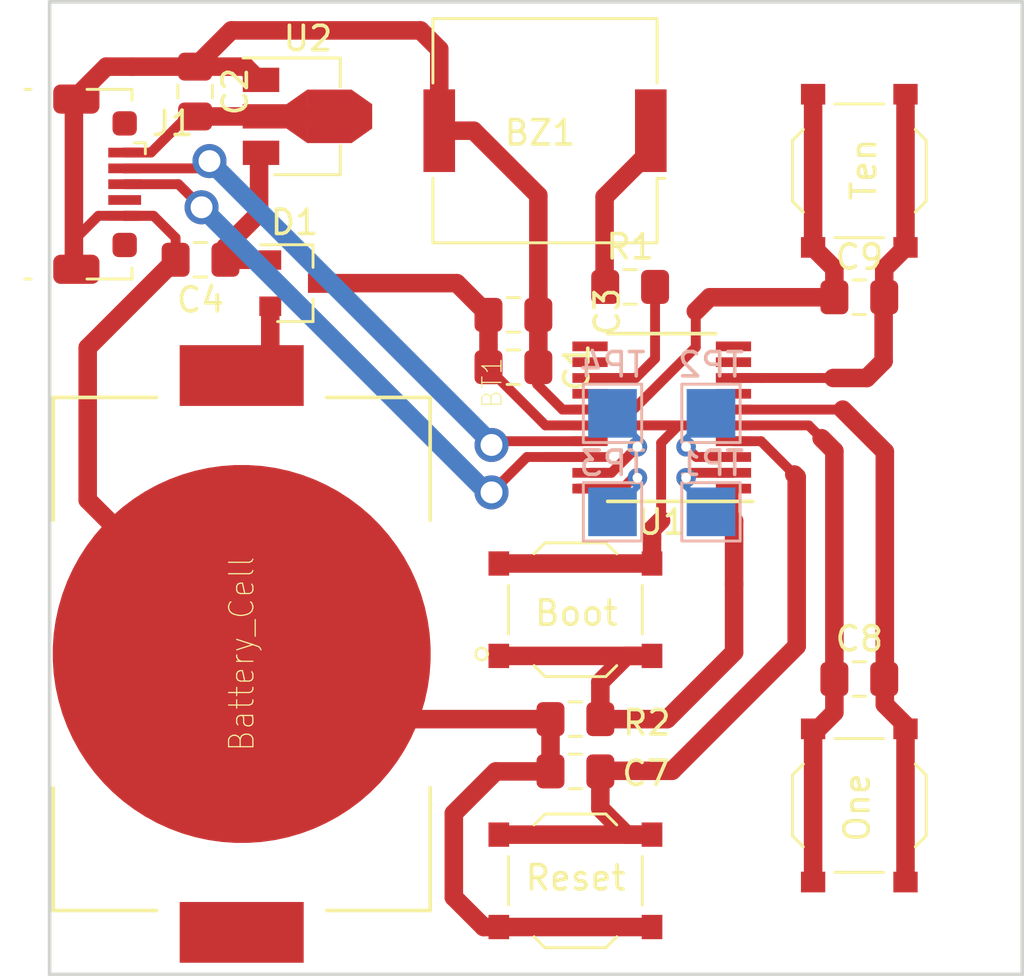
<source format=kicad_pcb>
(kicad_pcb (version 20171130) (host pcbnew 5.1.2)

  (general
    (thickness 1.6)
    (drawings 4)
    (tracks 165)
    (zones 0)
    (modules 23)
    (nets 25)
  )

  (page A4)
  (layers
    (0 F.Cu signal)
    (31 B.Cu signal)
    (32 B.Adhes user hide)
    (33 F.Adhes user hide)
    (34 B.Paste user hide)
    (35 F.Paste user hide)
    (36 B.SilkS user hide)
    (37 F.SilkS user)
    (38 B.Mask user hide)
    (39 F.Mask user hide)
    (40 Dwgs.User user hide)
    (41 Cmts.User user hide)
    (42 Eco1.User user)
    (43 Eco2.User user hide)
    (44 Edge.Cuts user)
    (45 Margin user hide)
    (46 B.CrtYd user hide)
    (47 F.CrtYd user)
    (48 B.Fab user hide)
    (49 F.Fab user hide)
  )

  (setup
    (last_trace_width 0.762)
    (user_trace_width 0.4064)
    (user_trace_width 0.4572)
    (user_trace_width 0.508)
    (user_trace_width 0.635)
    (user_trace_width 0.762)
    (user_trace_width 1.524)
    (trace_clearance 0.2)
    (zone_clearance 0.5)
    (zone_45_only no)
    (trace_min 0.25)
    (via_size 0.8)
    (via_drill 0.4)
    (via_min_size 0.4)
    (via_min_drill 0.3)
    (user_via 1.4 0.9)
    (uvia_size 0.3)
    (uvia_drill 0.1)
    (uvias_allowed no)
    (uvia_min_size 0.2)
    (uvia_min_drill 0.1)
    (edge_width 0.15)
    (segment_width 0.2)
    (pcb_text_width 0.3)
    (pcb_text_size 1.5 1.5)
    (mod_edge_width 0.15)
    (mod_text_size 1 1)
    (mod_text_width 0.15)
    (pad_size 15.55 15.55)
    (pad_drill 0)
    (pad_to_mask_clearance 0.051)
    (solder_mask_min_width 0.25)
    (aux_axis_origin 165 133)
    (visible_elements FFFFFF7F)
    (pcbplotparams
      (layerselection 0x01000_7fffffff)
      (usegerberextensions false)
      (usegerberattributes false)
      (usegerberadvancedattributes false)
      (creategerberjobfile false)
      (excludeedgelayer false)
      (linewidth 0.100000)
      (plotframeref false)
      (viasonmask false)
      (mode 1)
      (useauxorigin false)
      (hpglpennumber 1)
      (hpglpenspeed 20)
      (hpglpendiameter 15.000000)
      (psnegative false)
      (psa4output false)
      (plotreference false)
      (plotvalue false)
      (plotinvisibletext false)
      (padsonsilk true)
      (subtractmaskfromsilk false)
      (outputformat 5)
      (mirror false)
      (drillshape 0)
      (scaleselection 1)
      (outputdirectory "cnc/"))
  )

  (net 0 "")
  (net 1 GND)
  (net 2 "Net-(BZ1-Pad1)")
  (net 3 VDD)
  (net 4 Ctrl_One)
  (net 5 Ctrl_Ten)
  (net 6 USB_D-)
  (net 7 "Net-(J1-Pad4)")
  (net 8 USB_D+)
  (net 9 Buzzer)
  (net 10 BOOT0)
  (net 11 "Net-(U1-Pad7)")
  (net 12 "Net-(U1-Pad9)")
  (net 13 "Net-(U1-Pad10)")
  (net 14 "Net-(U1-Pad14)")
  (net 15 "Net-(BT1-Pad1)")
  (net 16 USB_VBUS)
  (net 17 "Net-(U1-Pad12)")
  (net 18 "Net-(U1-Pad11)")
  (net 19 NRST)
  (net 20 SWDIO)
  (net 21 SWCLK)
  (net 22 SDA)
  (net 23 SCL)
  (net 24 "Net-(C4-Pad1)")

  (net_class Default "This is the default net class."
    (clearance 0.2)
    (trace_width 0.25)
    (via_dia 0.8)
    (via_drill 0.4)
    (uvia_dia 0.3)
    (uvia_drill 0.1)
    (diff_pair_width 0.25)
    (diff_pair_gap 0.25)
    (add_net BOOT0)
    (add_net Buzzer)
    (add_net Ctrl_One)
    (add_net Ctrl_Ten)
    (add_net GND)
    (add_net NRST)
    (add_net "Net-(BT1-Pad1)")
    (add_net "Net-(BZ1-Pad1)")
    (add_net "Net-(C4-Pad1)")
    (add_net "Net-(J1-Pad4)")
    (add_net "Net-(U1-Pad10)")
    (add_net "Net-(U1-Pad11)")
    (add_net "Net-(U1-Pad12)")
    (add_net "Net-(U1-Pad14)")
    (add_net "Net-(U1-Pad7)")
    (add_net "Net-(U1-Pad9)")
    (add_net SCL)
    (add_net SDA)
    (add_net SWCLK)
    (add_net SWDIO)
    (add_net USB_D+)
    (add_net USB_D-)
    (add_net USB_VBUS)
    (add_net VDD)
  )

  (module micro_usb:USB_Micro-B_Molex-105017-0001 (layer F.Cu) (tedit 5D06BB0D) (tstamp 5C8FCF55)
    (at 128.025 100.45 270)
    (descr http://www.molex.com/pdm_docs/sd/1050170001_sd.pdf)
    (tags "Micro-USB SMD Typ-B")
    (path /5C1E9F15)
    (attr smd)
    (fp_text reference J1 (at -2.5 -3.44) (layer F.SilkS)
      (effects (font (size 1 1) (thickness 0.15)))
    )
    (fp_text value USB_B_Micro (at -0.16 4.65 270) (layer F.Fab)
      (effects (font (size 1 1) (thickness 0.15)))
    )
    (fp_text user "PCB Edge" (at 0 2.6875 270) (layer Dwgs.User)
      (effects (font (size 0.5 0.5) (thickness 0.08)))
    )
    (fp_text user %R (at 0 0.8875 270) (layer F.Fab)
      (effects (font (size 1 1) (thickness 0.15)))
    )
    (fp_line (start -4.4 3.64) (end 4.4 3.64) (layer F.CrtYd) (width 0.05))
    (fp_line (start 4.4 -2.46) (end 4.4 3.64) (layer F.CrtYd) (width 0.05))
    (fp_line (start -4.4 -2.46) (end 4.4 -2.46) (layer F.CrtYd) (width 0.05))
    (fp_line (start -4.4 3.64) (end -4.4 -2.46) (layer F.CrtYd) (width 0.05))
    (fp_line (start -3.9 -1.7625) (end -3.45 -1.7625) (layer F.SilkS) (width 0.12))
    (fp_line (start -3.9 0.0875) (end -3.9 -1.7625) (layer F.SilkS) (width 0.12))
    (fp_line (start 3.9 2.6375) (end 3.9 2.3875) (layer F.SilkS) (width 0.12))
    (fp_line (start 3.75 3.3875) (end 3.75 -1.6125) (layer F.Fab) (width 0.1))
    (fp_line (start -3 2.689204) (end 3 2.689204) (layer F.Fab) (width 0.1))
    (fp_line (start -3.75 3.389204) (end 3.75 3.389204) (layer F.Fab) (width 0.1))
    (fp_line (start -3.75 -1.6125) (end 3.75 -1.6125) (layer F.Fab) (width 0.1))
    (fp_line (start -3.75 3.3875) (end -3.75 -1.6125) (layer F.Fab) (width 0.1))
    (fp_line (start -3.9 2.6375) (end -3.9 2.3875) (layer F.SilkS) (width 0.12))
    (fp_line (start 3.9 0.0875) (end 3.9 -1.7625) (layer F.SilkS) (width 0.12))
    (fp_line (start 3.9 -1.7625) (end 3.45 -1.7625) (layer F.SilkS) (width 0.12))
    (fp_line (start -1.7 -2.3125) (end -1.25 -2.3125) (layer F.SilkS) (width 0.12))
    (fp_line (start -1.7 -2.3125) (end -1.7 -1.8625) (layer F.SilkS) (width 0.12))
    (fp_line (start -1.3 -1.7125) (end -1.5 -1.9125) (layer F.Fab) (width 0.1))
    (fp_line (start -1.1 -1.9125) (end -1.3 -1.7125) (layer F.Fab) (width 0.1))
    (fp_line (start -1.5 -2.1225) (end -1.1 -2.1225) (layer F.Fab) (width 0.1))
    (fp_line (start -1.5 -2.1225) (end -1.5 -1.9125) (layer F.Fab) (width 0.1))
    (fp_line (start -1.1 -2.1225) (end -1.1 -1.9125) (layer F.Fab) (width 0.1))
    (pad "" smd roundrect (at -2.5 -1.4625 270) (size 1 1) (layers F.Cu F.Paste F.Mask) (roundrect_rratio 0.25))
    (pad 2 smd rect (at -0.65 -1.4625 270) (size 0.4 1.35) (layers F.Cu F.Paste F.Mask)
      (net 6 USB_D-))
    (pad 1 smd rect (at -1.3 -1.4625 270) (size 0.4 1.35) (layers F.Cu F.Paste F.Mask)
      (net 16 USB_VBUS))
    (pad 5 smd rect (at 1.3 -1.4625 270) (size 0.4 1.35) (layers F.Cu F.Paste F.Mask)
      (net 1 GND))
    (pad 4 smd rect (at 0.65 -1.4625 270) (size 0.4 1.35) (layers F.Cu F.Paste F.Mask)
      (net 7 "Net-(J1-Pad4)"))
    (pad 3 smd rect (at 0 -1.4625 270) (size 0.4 1.35) (layers F.Cu F.Paste F.Mask)
      (net 8 USB_D+))
    (pad "" smd roundrect (at 2.5 -1.4625 270) (size 1 1) (layers F.Cu F.Paste F.Mask) (roundrect_rratio 0.25))
    (pad 6 smd roundrect (at -3.5 0.525 90) (size 1.2 1.9) (layers F.Cu F.Paste F.Mask) (roundrect_rratio 0.25)
      (net 1 GND))
    (pad 6 smd roundrect (at 3.5 0.525 270) (size 1.2 1.9) (layers F.Cu F.Paste F.Mask) (roundrect_rratio 0.25)
      (net 1 GND))
    (model ${KISYS3DMOD}/Connector_USB.3dshapes/USB_Micro-B_Molex_47346-0001.step
      (at (xyz 0 0 0))
      (scale (xyz 1 1 1))
      (rotate (xyz 0 0 0))
    )
  )

  (module TestPoint:TestPoint_THTPad_2.0x2.0mm_Drill1.0mm (layer B.Cu) (tedit 5D0008A7) (tstamp 5D001E34)
    (at 149.55 109.875 180)
    (descr "THT rectangular pad as test Point, square 2.0mm_Drill1.0mm  side length, hole diameter 1.0mm")
    (tags "test point THT pad rectangle square")
    (path /5C6F9685)
    (attr virtual)
    (fp_text reference TP4 (at 0 1.998) (layer B.SilkS)
      (effects (font (size 1 1) (thickness 0.15)) (justify mirror))
    )
    (fp_text value TestPoint (at 0 -2.05) (layer B.Fab)
      (effects (font (size 1 1) (thickness 0.15)) (justify mirror))
    )
    (fp_line (start 1.5 -1.5) (end -1.5 -1.5) (layer B.CrtYd) (width 0.05))
    (fp_line (start 1.5 -1.5) (end 1.5 1.5) (layer B.CrtYd) (width 0.05))
    (fp_line (start -1.5 1.5) (end -1.5 -1.5) (layer B.CrtYd) (width 0.05))
    (fp_line (start -1.5 1.5) (end 1.5 1.5) (layer B.CrtYd) (width 0.05))
    (fp_line (start -1.2 -1.2) (end -1.2 1.2) (layer B.SilkS) (width 0.12))
    (fp_line (start 1.2 -1.2) (end -1.2 -1.2) (layer B.SilkS) (width 0.12))
    (fp_line (start 1.2 1.2) (end 1.2 -1.2) (layer B.SilkS) (width 0.12))
    (fp_line (start -1.2 1.2) (end 1.2 1.2) (layer B.SilkS) (width 0.12))
    (fp_text user SWDIO (at 3.66 0.155) (layer B.Fab)
      (effects (font (size 1 1) (thickness 0.15)) (justify mirror))
    )
    (pad 1 smd rect (at 0 0 180) (size 2 2) (layers B.Cu B.Paste B.Mask)
      (net 20 SWDIO))
  )

  (module TestPoint:TestPoint_THTPad_2.0x2.0mm_Drill1.0mm (layer B.Cu) (tedit 5D000880) (tstamp 5D001E26)
    (at 149.55 113.925 180)
    (descr "THT rectangular pad as test Point, square 2.0mm_Drill1.0mm  side length, hole diameter 1.0mm")
    (tags "test point THT pad rectangle square")
    (path /5C6F8CE1)
    (attr virtual)
    (fp_text reference TP3 (at 0 1.998) (layer B.SilkS)
      (effects (font (size 1 1) (thickness 0.15)) (justify mirror))
    )
    (fp_text value TestPoint (at 0 -2.05) (layer B.Fab)
      (effects (font (size 1 1) (thickness 0.15)) (justify mirror))
    )
    (fp_line (start 1.5 -1.5) (end -1.5 -1.5) (layer B.CrtYd) (width 0.05))
    (fp_line (start 1.5 -1.5) (end 1.5 1.5) (layer B.CrtYd) (width 0.05))
    (fp_line (start -1.5 1.5) (end -1.5 -1.5) (layer B.CrtYd) (width 0.05))
    (fp_line (start -1.5 1.5) (end 1.5 1.5) (layer B.CrtYd) (width 0.05))
    (fp_line (start -1.2 -1.2) (end -1.2 1.2) (layer B.SilkS) (width 0.12))
    (fp_line (start 1.2 -1.2) (end -1.2 -1.2) (layer B.SilkS) (width 0.12))
    (fp_line (start 1.2 1.2) (end 1.2 -1.2) (layer B.SilkS) (width 0.12))
    (fp_line (start -1.2 1.2) (end 1.2 1.2) (layer B.SilkS) (width 0.12))
    (fp_text user SWCLK (at 3.92 0.025) (layer B.Fab)
      (effects (font (size 1 1) (thickness 0.15)) (justify mirror))
    )
    (pad 1 smd rect (at 0 0 180) (size 2 2) (layers B.Cu B.Paste B.Mask)
      (net 21 SWCLK))
  )

  (module TestPoint:TestPoint_THTPad_2.0x2.0mm_Drill1.0mm (layer B.Cu) (tedit 5D00089E) (tstamp 5D001E18)
    (at 153.6 109.875 180)
    (descr "THT rectangular pad as test Point, square 2.0mm_Drill1.0mm  side length, hole diameter 1.0mm")
    (tags "test point THT pad rectangle square")
    (path /5C6F8355)
    (attr virtual)
    (fp_text reference TP2 (at 0 1.998) (layer B.SilkS)
      (effects (font (size 1 1) (thickness 0.15)) (justify mirror))
    )
    (fp_text value TestPoint (at 0 -2.05) (layer B.Fab)
      (effects (font (size 1 1) (thickness 0.15)) (justify mirror))
    )
    (fp_line (start 1.5 -1.5) (end -1.5 -1.5) (layer B.CrtYd) (width 0.05))
    (fp_line (start 1.5 -1.5) (end 1.5 1.5) (layer B.CrtYd) (width 0.05))
    (fp_line (start -1.5 1.5) (end -1.5 -1.5) (layer B.CrtYd) (width 0.05))
    (fp_line (start -1.5 1.5) (end 1.5 1.5) (layer B.CrtYd) (width 0.05))
    (fp_line (start -1.2 -1.2) (end -1.2 1.2) (layer B.SilkS) (width 0.12))
    (fp_line (start 1.2 -1.2) (end -1.2 -1.2) (layer B.SilkS) (width 0.12))
    (fp_line (start 1.2 1.2) (end 1.2 -1.2) (layer B.SilkS) (width 0.12))
    (fp_line (start -1.2 1.2) (end 1.2 1.2) (layer B.SilkS) (width 0.12))
    (fp_text user SCL (at -2.77 -0.015) (layer B.Fab)
      (effects (font (size 1 1) (thickness 0.15)) (justify mirror))
    )
    (pad 1 smd rect (at 0 0 180) (size 2 2) (layers B.Cu B.Paste B.Mask)
      (net 23 SCL))
  )

  (module TestPoint:TestPoint_THTPad_2.0x2.0mm_Drill1.0mm (layer B.Cu) (tedit 5D00088C) (tstamp 5D001E0A)
    (at 153.6 113.925 180)
    (descr "THT rectangular pad as test Point, square 2.0mm_Drill1.0mm  side length, hole diameter 1.0mm")
    (tags "test point THT pad rectangle square")
    (path /5C6F2C19)
    (attr virtual)
    (fp_text reference TP1 (at 0 1.998) (layer B.SilkS)
      (effects (font (size 1 1) (thickness 0.15)) (justify mirror))
    )
    (fp_text value TestPoint (at 0 -2.05) (layer B.Fab)
      (effects (font (size 1 1) (thickness 0.15)) (justify mirror))
    )
    (fp_line (start 1.5 -1.5) (end -1.5 -1.5) (layer B.CrtYd) (width 0.05))
    (fp_line (start 1.5 -1.5) (end 1.5 1.5) (layer B.CrtYd) (width 0.05))
    (fp_line (start -1.5 1.5) (end -1.5 -1.5) (layer B.CrtYd) (width 0.05))
    (fp_line (start -1.5 1.5) (end 1.5 1.5) (layer B.CrtYd) (width 0.05))
    (fp_line (start -1.2 -1.2) (end -1.2 1.2) (layer B.SilkS) (width 0.12))
    (fp_line (start 1.2 -1.2) (end -1.2 -1.2) (layer B.SilkS) (width 0.12))
    (fp_line (start 1.2 1.2) (end 1.2 -1.2) (layer B.SilkS) (width 0.12))
    (fp_line (start -1.2 1.2) (end 1.2 1.2) (layer B.SilkS) (width 0.12))
    (fp_text user SDA (at -2.69 0.105) (layer B.Fab)
      (effects (font (size 1 1) (thickness 0.15)) (justify mirror))
    )
    (pad 1 smd rect (at 0 0 180) (size 2 2) (layers B.Cu B.Paste B.Mask)
      (net 22 SDA))
  )

  (module tssop-20x6.5mmx4:TSSOP-20_4.4x6.5mm_P0.65mm locked (layer F.Cu) (tedit 5C522699) (tstamp 5C71B902)
    (at 151.575 110.045 180)
    (descr "20-Lead Plastic Thin Shrink Small Outline (ST)-4.4 mm Body [TSSOP] (see Microchip Packaging Specification 00000049BS.pdf)")
    (tags "SSOP 0.65")
    (path /5C1E98D0)
    (attr smd)
    (fp_text reference U1 (at 0 -4.3 180) (layer F.SilkS)
      (effects (font (size 1 1) (thickness 0.15)))
    )
    (fp_text value STM32F042F4Px (at -0.13 0.645 180) (layer F.Fab)
      (effects (font (size 1 1) (thickness 0.15)))
    )
    (fp_line (start -1.2 -3.25) (end 2.2 -3.25) (layer F.Fab) (width 0.15))
    (fp_line (start 2.2 -3.25) (end 2.2 3.25) (layer F.Fab) (width 0.15))
    (fp_line (start 2.2 3.25) (end -2.2 3.25) (layer F.Fab) (width 0.15))
    (fp_line (start -2.2 3.25) (end -2.2 -2.25) (layer F.Fab) (width 0.15))
    (fp_line (start -2.2 -2.25) (end -1.2 -3.25) (layer F.Fab) (width 0.15))
    (fp_line (start -3.95 -3.55) (end -3.95 3.55) (layer F.CrtYd) (width 0.05))
    (fp_line (start 3.95 -3.55) (end 3.95 3.55) (layer F.CrtYd) (width 0.05))
    (fp_line (start -3.95 -3.55) (end 3.95 -3.55) (layer F.CrtYd) (width 0.05))
    (fp_line (start -3.95 3.55) (end 3.95 3.55) (layer F.CrtYd) (width 0.05))
    (fp_line (start -2.225 3.45) (end 2.225 3.45) (layer F.SilkS) (width 0.15))
    (fp_line (start -3.75 -3.45) (end 2.225 -3.45) (layer F.SilkS) (width 0.15))
    (fp_text user %R (at 0 0 180) (layer F.Fab)
      (effects (font (size 0.8 0.8) (thickness 0.15)))
    )
    (pad 1 smd rect (at -2.95 -2.925 180) (size 1.45 0.4) (layers F.Cu F.Paste F.Mask)
      (net 10 BOOT0))
    (pad 2 smd rect (at -2.95 -2.275 180) (size 1.45 0.4) (layers F.Cu F.Paste F.Mask)
      (net 22 SDA))
    (pad 3 smd rect (at -2.95 -1.625 180) (size 1.45 0.4) (layers F.Cu F.Paste F.Mask)
      (net 23 SCL))
    (pad 4 smd rect (at -2.95 -0.975 180) (size 1.45 0.4) (layers F.Cu F.Paste F.Mask)
      (net 19 NRST))
    (pad 5 smd rect (at -2.95 -0.325 180) (size 1.45 0.4) (layers F.Cu F.Paste F.Mask)
      (net 3 VDD))
    (pad 6 smd rect (at -2.95 0.325 180) (size 1.45 0.4) (layers F.Cu F.Paste F.Mask)
      (net 4 Ctrl_One))
    (pad 7 smd rect (at -2.95 0.975 180) (size 1.45 0.4) (layers F.Cu F.Paste F.Mask)
      (net 11 "Net-(U1-Pad7)"))
    (pad 8 smd rect (at -2.95 1.625 180) (size 1.45 0.4) (layers F.Cu F.Paste F.Mask)
      (net 5 Ctrl_Ten))
    (pad 9 smd rect (at -2.95 2.275 180) (size 1.45 0.4) (layers F.Cu F.Paste F.Mask)
      (net 12 "Net-(U1-Pad9)"))
    (pad 10 smd rect (at -2.95 2.925 180) (size 1.45 0.4) (layers F.Cu F.Paste F.Mask)
      (net 13 "Net-(U1-Pad10)"))
    (pad 11 smd rect (at 2.95 2.925 180) (size 1.45 0.4) (layers F.Cu F.Paste F.Mask)
      (net 18 "Net-(U1-Pad11)"))
    (pad 12 smd rect (at 2.95 2.275 180) (size 1.45 0.4) (layers F.Cu F.Paste F.Mask)
      (net 17 "Net-(U1-Pad12)"))
    (pad 13 smd rect (at 2.95 1.625 180) (size 1.45 0.4) (layers F.Cu F.Paste F.Mask)
      (net 9 Buzzer))
    (pad 14 smd rect (at 2.95 0.975 180) (size 1.45 0.4) (layers F.Cu F.Paste F.Mask)
      (net 14 "Net-(U1-Pad14)"))
    (pad 15 smd rect (at 2.95 0.325 180) (size 1.45 0.4) (layers F.Cu F.Paste F.Mask)
      (net 1 GND))
    (pad 16 smd rect (at 2.95 -0.325 180) (size 1.45 0.4) (layers F.Cu F.Paste F.Mask)
      (net 3 VDD))
    (pad 17 smd rect (at 2.95 -0.975 180) (size 1.45 0.4) (layers F.Cu F.Paste F.Mask)
      (net 6 USB_D-))
    (pad 18 smd rect (at 2.95 -1.625 180) (size 1.45 0.4) (layers F.Cu F.Paste F.Mask)
      (net 8 USB_D+))
    (pad 19 smd rect (at 2.95 -2.275 180) (size 1.45 0.4) (layers F.Cu F.Paste F.Mask)
      (net 20 SWDIO))
    (pad 20 smd rect (at 2.95 -2.925 180) (size 1.45 0.4) (layers F.Cu F.Paste F.Mask)
      (net 21 SWCLK))
    (model ${KISYS3DMOD}/Package_SO.3dshapes/TSSOP-20_4.4x6.5mm_P0.65mm.wrl
      (at (xyz 0 0 0))
      (scale (xyz 1 1 1))
      (rotate (xyz 0 0 0))
    )
  )

  (module Package_TO_SOT_SMD:SOT-89-3 (layer F.Cu) (tedit 5A02FF57) (tstamp 5D0160A4)
    (at 136.575 97.66)
    (descr SOT-89-3)
    (tags SOT-89-3)
    (path /5CFEE32E)
    (attr smd)
    (fp_text reference U2 (at 0.45 -3.2) (layer F.SilkS)
      (effects (font (size 1 1) (thickness 0.15)))
    )
    (fp_text value MCP1700-3302E_SOT89 (at 0.45 3.25) (layer F.Fab)
      (effects (font (size 1 1) (thickness 0.15)))
    )
    (fp_line (start -2.48 2.55) (end -2.48 -2.55) (layer F.CrtYd) (width 0.05))
    (fp_line (start -2.48 2.55) (end 3.23 2.55) (layer F.CrtYd) (width 0.05))
    (fp_line (start 3.23 -2.55) (end -2.48 -2.55) (layer F.CrtYd) (width 0.05))
    (fp_line (start 3.23 -2.55) (end 3.23 2.55) (layer F.CrtYd) (width 0.05))
    (fp_line (start -0.13 -2.3) (end 1.68 -2.3) (layer F.Fab) (width 0.1))
    (fp_line (start -0.92 2.3) (end -0.92 -1.51) (layer F.Fab) (width 0.1))
    (fp_line (start 1.68 2.3) (end -0.92 2.3) (layer F.Fab) (width 0.1))
    (fp_line (start 1.68 -2.3) (end 1.68 2.3) (layer F.Fab) (width 0.1))
    (fp_line (start -0.92 -1.51) (end -0.13 -2.3) (layer F.Fab) (width 0.1))
    (fp_line (start 1.78 -2.4) (end 1.78 -1.2) (layer F.SilkS) (width 0.12))
    (fp_line (start -2.22 -2.4) (end 1.78 -2.4) (layer F.SilkS) (width 0.12))
    (fp_line (start 1.78 2.4) (end -0.92 2.4) (layer F.SilkS) (width 0.12))
    (fp_line (start 1.78 1.2) (end 1.78 2.4) (layer F.SilkS) (width 0.12))
    (fp_text user %R (at 0.38 0 90) (layer F.Fab)
      (effects (font (size 0.6 0.6) (thickness 0.09)))
    )
    (pad 2 smd trapezoid (at -0.0762 0 90) (size 1.5 1) (rect_delta 0 0.7 ) (layers F.Cu F.Paste F.Mask)
      (net 16 USB_VBUS))
    (pad 2 smd rect (at 1.3335 0 270) (size 2.2 1.84) (layers F.Cu F.Paste F.Mask)
      (net 16 USB_VBUS))
    (pad 3 smd rect (at -1.48 1.5 270) (size 1 1.5) (layers F.Cu F.Paste F.Mask)
      (net 24 "Net-(C4-Pad1)"))
    (pad 2 smd rect (at -1.3335 0 270) (size 1 1.8) (layers F.Cu F.Paste F.Mask)
      (net 16 USB_VBUS))
    (pad 1 smd rect (at -1.48 -1.5 270) (size 1 1.5) (layers F.Cu F.Paste F.Mask)
      (net 1 GND))
    (pad 2 smd trapezoid (at 2.667 0 270) (size 1.6 0.85) (rect_delta 0 0.6 ) (layers F.Cu F.Paste F.Mask)
      (net 16 USB_VBUS))
    (model ${KISYS3DMOD}/Package_TO_SOT_SMD.3dshapes/SOT-89-3.wrl
      (at (xyz 0 0 0))
      (scale (xyz 1 1 1))
      (rotate (xyz 0 0 0))
    )
  )

  (module tl3342:tl3342 (layer F.Cu) (tedit 5C6F0D2E) (tstamp 5D009B4D)
    (at 159.7 126 270)
    (descr "Low-profile SMD Tactile Switch, https://www.e-switch.com/system/asset/product_line/data_sheet/165/TL3342.pdf")
    (tags "SPST Tactile Switch")
    (path /5C1E9C39)
    (attr smd)
    (fp_text reference One (at 0.08 0.09 270) (layer F.SilkS)
      (effects (font (size 1 1) (thickness 0.15)))
    )
    (fp_text value One (at -0.05 0.025) (layer F.Fab)
      (effects (font (size 1 1) (thickness 0.15)))
    )
    (fp_text user %R (at -0.05 -0.1 270) (layer F.Fab) hide
      (effects (font (size 1 1) (thickness 0.15)))
    )
    (fp_line (start 3.2 2.1) (end 3.2 1.6) (layer F.Fab) (width 0.1))
    (fp_line (start 3.2 -2.1) (end 3.2 -1.6) (layer F.Fab) (width 0.1))
    (fp_line (start -3.2 2.1) (end -3.2 1.6) (layer F.Fab) (width 0.1))
    (fp_line (start -3.2 -2.1) (end -3.2 -1.6) (layer F.Fab) (width 0.1))
    (fp_line (start 2.7 -2.1) (end 2.7 -1.6) (layer F.Fab) (width 0.1))
    (fp_line (start 1.7 -2.1) (end 3.2 -2.1) (layer F.Fab) (width 0.1))
    (fp_line (start 3.2 -1.6) (end 2.2 -1.6) (layer F.Fab) (width 0.1))
    (fp_line (start -2.7 -2.1) (end -2.7 -1.6) (layer F.Fab) (width 0.1))
    (fp_line (start -1.7 -2.1) (end -3.2 -2.1) (layer F.Fab) (width 0.1))
    (fp_line (start -3.2 -1.6) (end -2.2 -1.6) (layer F.Fab) (width 0.1))
    (fp_line (start -2.7 2.1) (end -2.7 1.6) (layer F.Fab) (width 0.1))
    (fp_line (start -3.2 1.6) (end -2.2 1.6) (layer F.Fab) (width 0.1))
    (fp_line (start -1.7 2.1) (end -3.2 2.1) (layer F.Fab) (width 0.1))
    (fp_line (start 1.7 2.1) (end 3.2 2.1) (layer F.Fab) (width 0.1))
    (fp_line (start 2.7 2.1) (end 2.7 1.6) (layer F.Fab) (width 0.1))
    (fp_line (start 3.2 1.6) (end 2.2 1.6) (layer F.Fab) (width 0.1))
    (fp_line (start -1.7 2.3) (end -1.25 2.75) (layer F.SilkS) (width 0.12))
    (fp_line (start 1.7 2.3) (end 1.25 2.75) (layer F.SilkS) (width 0.12))
    (fp_line (start 1.7 -2.3) (end 1.25 -2.75) (layer F.SilkS) (width 0.12))
    (fp_line (start -1.7 -2.3) (end -1.25 -2.75) (layer F.SilkS) (width 0.12))
    (fp_line (start -2 -1) (end -1 -2) (layer F.Fab) (width 0.1))
    (fp_line (start -1 -2) (end 1 -2) (layer F.Fab) (width 0.1))
    (fp_line (start 1 -2) (end 2 -1) (layer F.Fab) (width 0.1))
    (fp_line (start 2 -1) (end 2 1) (layer F.Fab) (width 0.1))
    (fp_line (start 2 1) (end 1 2) (layer F.Fab) (width 0.1))
    (fp_line (start 1 2) (end -1 2) (layer F.Fab) (width 0.1))
    (fp_line (start -1 2) (end -2 1) (layer F.Fab) (width 0.1))
    (fp_line (start -2 1) (end -2 -1) (layer F.Fab) (width 0.1))
    (fp_line (start 2.75 -1) (end 2.75 1) (layer F.SilkS) (width 0.12))
    (fp_line (start -1.25 2.75) (end 1.25 2.75) (layer F.SilkS) (width 0.12))
    (fp_line (start -2.75 -1) (end -2.75 1) (layer F.SilkS) (width 0.12))
    (fp_line (start -1.25 -2.75) (end 1.25 -2.75) (layer F.SilkS) (width 0.12))
    (fp_line (start -2.6 -1.2) (end -2.6 1.2) (layer F.Fab) (width 0.1))
    (fp_line (start -2.6 1.2) (end -1.2 2.6) (layer F.Fab) (width 0.1))
    (fp_line (start -1.2 2.6) (end 1.2 2.6) (layer F.Fab) (width 0.1))
    (fp_line (start 1.2 2.6) (end 2.6 1.2) (layer F.Fab) (width 0.1))
    (fp_line (start 2.6 1.2) (end 2.6 -1.2) (layer F.Fab) (width 0.1))
    (fp_line (start 2.6 -1.2) (end 1.2 -2.6) (layer F.Fab) (width 0.1))
    (fp_line (start 1.2 -2.6) (end -1.2 -2.6) (layer F.Fab) (width 0.1))
    (fp_line (start -1.2 -2.6) (end -2.6 -1.2) (layer F.Fab) (width 0.1))
    (fp_line (start -3.8 -3) (end 3.8 -3) (layer F.CrtYd) (width 0.05))
    (fp_line (start 3.8 -3) (end 3.8 3) (layer F.CrtYd) (width 0.05))
    (fp_line (start 3.8 3) (end -3.8 3) (layer F.CrtYd) (width 0.05))
    (fp_line (start -3.8 3) (end -3.8 -3) (layer F.CrtYd) (width 0.05))
    (fp_circle (center 0 0) (end 1 0) (layer F.Fab) (width 0.1))
    (pad 1 smd rect (at -3.15 -1.9 270) (size 0.85 1) (layers F.Cu F.Paste F.Mask)
      (net 4 Ctrl_One))
    (pad 1 smd rect (at 3.15 -1.9 270) (size 0.85 1) (layers F.Cu F.Paste F.Mask)
      (net 4 Ctrl_One))
    (pad 2 smd rect (at -3.15 1.9 270) (size 0.85 1) (layers F.Cu F.Paste F.Mask)
      (net 3 VDD))
    (pad 2 smd rect (at 3.15 1.9 270) (size 0.85 1) (layers F.Cu F.Paste F.Mask)
      (net 3 VDD))
    (model ${KIPRJMOD}/libs/tl3342.step
      (at (xyz 0 0 0))
      (scale (xyz 1 1 1))
      (rotate (xyz 0 0 0))
    )
  )

  (module Capacitor_SMD:C_0805_2012Metric_Pad1.15x1.40mm_HandSolder (layer F.Cu) (tedit 5B36C52B) (tstamp 5C7B7E3A)
    (at 145.475 107.975)
    (descr "Capacitor SMD 0805 (2012 Metric), square (rectangular) end terminal, IPC_7351 nominal with elongated pad for handsoldering. (Body size source: https://docs.google.com/spreadsheets/d/1BsfQQcO9C6DZCsRaXUlFlo91Tg2WpOkGARC1WS5S8t0/edit?usp=sharing), generated with kicad-footprint-generator")
    (tags "capacitor handsolder")
    (path /5C202927)
    (attr smd)
    (fp_text reference C1 (at 2.605 0.005 90) (layer F.SilkS)
      (effects (font (size 1 1) (thickness 0.15)))
    )
    (fp_text value 0.1u (at 2.715 0.055 90) (layer F.Fab)
      (effects (font (size 1 1) (thickness 0.15)))
    )
    (fp_text user %R (at 0 0) (layer F.Fab)
      (effects (font (size 0.5 0.5) (thickness 0.08)))
    )
    (fp_line (start 1.85 0.95) (end -1.85 0.95) (layer F.CrtYd) (width 0.05))
    (fp_line (start 1.85 -0.95) (end 1.85 0.95) (layer F.CrtYd) (width 0.05))
    (fp_line (start -1.85 -0.95) (end 1.85 -0.95) (layer F.CrtYd) (width 0.05))
    (fp_line (start -1.85 0.95) (end -1.85 -0.95) (layer F.CrtYd) (width 0.05))
    (fp_line (start -0.261252 0.71) (end 0.261252 0.71) (layer F.SilkS) (width 0.12))
    (fp_line (start -0.261252 -0.71) (end 0.261252 -0.71) (layer F.SilkS) (width 0.12))
    (fp_line (start 1 0.6) (end -1 0.6) (layer F.Fab) (width 0.1))
    (fp_line (start 1 -0.6) (end 1 0.6) (layer F.Fab) (width 0.1))
    (fp_line (start -1 -0.6) (end 1 -0.6) (layer F.Fab) (width 0.1))
    (fp_line (start -1 0.6) (end -1 -0.6) (layer F.Fab) (width 0.1))
    (pad 2 smd roundrect (at 1.025 0) (size 1.15 1.4) (layers F.Cu F.Paste F.Mask) (roundrect_rratio 0.217391)
      (net 1 GND))
    (pad 1 smd roundrect (at -1.025 0) (size 1.15 1.4) (layers F.Cu F.Paste F.Mask) (roundrect_rratio 0.217391)
      (net 3 VDD))
    (model ${KISYS3DMOD}/Capacitor_SMD.3dshapes/C_0805_2012Metric.wrl
      (at (xyz 0 0 0))
      (scale (xyz 1 1 1))
      (rotate (xyz 0 0 0))
    )
  )

  (module Capacitor_SMD:C_0805_2012Metric_Pad1.15x1.40mm_HandSolder (layer F.Cu) (tedit 5B36C52B) (tstamp 5C7B7E6D)
    (at 145.475 105.825)
    (descr "Capacitor SMD 0805 (2012 Metric), square (rectangular) end terminal, IPC_7351 nominal with elongated pad for handsoldering. (Body size source: https://docs.google.com/spreadsheets/d/1BsfQQcO9C6DZCsRaXUlFlo91Tg2WpOkGARC1WS5S8t0/edit?usp=sharing), generated with kicad-footprint-generator")
    (tags "capacitor handsolder")
    (path /5C20292E)
    (attr smd)
    (fp_text reference C3 (at 3.86 -0.13 90) (layer F.SilkS)
      (effects (font (size 1 1) (thickness 0.15)))
    )
    (fp_text value 4.7u (at -0.1 -1.825 180) (layer F.Fab)
      (effects (font (size 1 1) (thickness 0.15)))
    )
    (fp_line (start -1 0.6) (end -1 -0.6) (layer F.Fab) (width 0.1))
    (fp_line (start -1 -0.6) (end 1 -0.6) (layer F.Fab) (width 0.1))
    (fp_line (start 1 -0.6) (end 1 0.6) (layer F.Fab) (width 0.1))
    (fp_line (start 1 0.6) (end -1 0.6) (layer F.Fab) (width 0.1))
    (fp_line (start -0.261252 -0.71) (end 0.261252 -0.71) (layer F.SilkS) (width 0.12))
    (fp_line (start -0.261252 0.71) (end 0.261252 0.71) (layer F.SilkS) (width 0.12))
    (fp_line (start -1.85 0.95) (end -1.85 -0.95) (layer F.CrtYd) (width 0.05))
    (fp_line (start -1.85 -0.95) (end 1.85 -0.95) (layer F.CrtYd) (width 0.05))
    (fp_line (start 1.85 -0.95) (end 1.85 0.95) (layer F.CrtYd) (width 0.05))
    (fp_line (start 1.85 0.95) (end -1.85 0.95) (layer F.CrtYd) (width 0.05))
    (fp_text user %R (at 0 0) (layer F.Fab)
      (effects (font (size 0.5 0.5) (thickness 0.08)))
    )
    (pad 1 smd roundrect (at -1.025 0) (size 1.15 1.4) (layers F.Cu F.Paste F.Mask) (roundrect_rratio 0.217391)
      (net 3 VDD))
    (pad 2 smd roundrect (at 1.025 0) (size 1.15 1.4) (layers F.Cu F.Paste F.Mask) (roundrect_rratio 0.217391)
      (net 1 GND))
    (model ${KISYS3DMOD}/Capacitor_SMD.3dshapes/C_0805_2012Metric.wrl
      (at (xyz 0 0 0))
      (scale (xyz 1 1 1))
      (rotate (xyz 0 0 0))
    )
  )

  (module Capacitor_SMD:C_0805_2012Metric_Pad1.15x1.40mm_HandSolder (layer F.Cu) (tedit 5B36C52B) (tstamp 5CFEBBE7)
    (at 148.025 124.6 180)
    (descr "Capacitor SMD 0805 (2012 Metric), square (rectangular) end terminal, IPC_7351 nominal with elongated pad for handsoldering. (Body size source: https://docs.google.com/spreadsheets/d/1BsfQQcO9C6DZCsRaXUlFlo91Tg2WpOkGARC1WS5S8t0/edit?usp=sharing), generated with kicad-footprint-generator")
    (tags "capacitor handsolder")
    (path /5C1EFF71)
    (attr smd)
    (fp_text reference C7 (at -2.905 -0.08 180) (layer F.SilkS)
      (effects (font (size 1 1) (thickness 0.15)))
    )
    (fp_text value 0.1u (at -0.025 -1.1) (layer F.Fab)
      (effects (font (size 1 1) (thickness 0.15)))
    )
    (fp_line (start -1 0.6) (end -1 -0.6) (layer F.Fab) (width 0.1))
    (fp_line (start -1 -0.6) (end 1 -0.6) (layer F.Fab) (width 0.1))
    (fp_line (start 1 -0.6) (end 1 0.6) (layer F.Fab) (width 0.1))
    (fp_line (start 1 0.6) (end -1 0.6) (layer F.Fab) (width 0.1))
    (fp_line (start -0.261252 -0.71) (end 0.261252 -0.71) (layer F.SilkS) (width 0.12))
    (fp_line (start -0.261252 0.71) (end 0.261252 0.71) (layer F.SilkS) (width 0.12))
    (fp_line (start -1.85 0.95) (end -1.85 -0.95) (layer F.CrtYd) (width 0.05))
    (fp_line (start -1.85 -0.95) (end 1.85 -0.95) (layer F.CrtYd) (width 0.05))
    (fp_line (start 1.85 -0.95) (end 1.85 0.95) (layer F.CrtYd) (width 0.05))
    (fp_line (start 1.85 0.95) (end -1.85 0.95) (layer F.CrtYd) (width 0.05))
    (fp_text user %R (at 0 0 180) (layer F.Fab)
      (effects (font (size 0.5 0.5) (thickness 0.08)))
    )
    (pad 1 smd roundrect (at -1.025 0 180) (size 1.15 1.4) (layers F.Cu F.Paste F.Mask) (roundrect_rratio 0.217391)
      (net 19 NRST))
    (pad 2 smd roundrect (at 1.025 0 180) (size 1.15 1.4) (layers F.Cu F.Paste F.Mask) (roundrect_rratio 0.217391)
      (net 1 GND))
    (model ${KISYS3DMOD}/Capacitor_SMD.3dshapes/C_0805_2012Metric.wrl
      (at (xyz 0 0 0))
      (scale (xyz 1 1 1))
      (rotate (xyz 0 0 0))
    )
  )

  (module Capacitor_SMD:C_0805_2012Metric_Pad1.15x1.40mm_HandSolder (layer F.Cu) (tedit 5B36C52B) (tstamp 5D009AF5)
    (at 159.7 120.8)
    (descr "Capacitor SMD 0805 (2012 Metric), square (rectangular) end terminal, IPC_7351 nominal with elongated pad for handsoldering. (Body size source: https://docs.google.com/spreadsheets/d/1BsfQQcO9C6DZCsRaXUlFlo91Tg2WpOkGARC1WS5S8t0/edit?usp=sharing), generated with kicad-footprint-generator")
    (tags "capacitor handsolder")
    (path /5C20FD6A)
    (attr smd)
    (fp_text reference C8 (at 0 -1.65) (layer F.SilkS)
      (effects (font (size 1 1) (thickness 0.15)))
    )
    (fp_text value 0.1u (at 0.2 1.775 180) (layer F.Fab)
      (effects (font (size 1 1) (thickness 0.15)))
    )
    (fp_line (start -1 0.6) (end -1 -0.6) (layer F.Fab) (width 0.1))
    (fp_line (start -1 -0.6) (end 1 -0.6) (layer F.Fab) (width 0.1))
    (fp_line (start 1 -0.6) (end 1 0.6) (layer F.Fab) (width 0.1))
    (fp_line (start 1 0.6) (end -1 0.6) (layer F.Fab) (width 0.1))
    (fp_line (start -0.261252 -0.71) (end 0.261252 -0.71) (layer F.SilkS) (width 0.12))
    (fp_line (start -0.261252 0.71) (end 0.261252 0.71) (layer F.SilkS) (width 0.12))
    (fp_line (start -1.85 0.95) (end -1.85 -0.95) (layer F.CrtYd) (width 0.05))
    (fp_line (start -1.85 -0.95) (end 1.85 -0.95) (layer F.CrtYd) (width 0.05))
    (fp_line (start 1.85 -0.95) (end 1.85 0.95) (layer F.CrtYd) (width 0.05))
    (fp_line (start 1.85 0.95) (end -1.85 0.95) (layer F.CrtYd) (width 0.05))
    (fp_text user %R (at 0 0) (layer F.Fab)
      (effects (font (size 0.5 0.5) (thickness 0.08)))
    )
    (pad 1 smd roundrect (at -1.025 0) (size 1.15 1.4) (layers F.Cu F.Paste F.Mask) (roundrect_rratio 0.217391)
      (net 3 VDD))
    (pad 2 smd roundrect (at 1.025 0) (size 1.15 1.4) (layers F.Cu F.Paste F.Mask) (roundrect_rratio 0.217391)
      (net 4 Ctrl_One))
    (model ${KISYS3DMOD}/Capacitor_SMD.3dshapes/C_0805_2012Metric.wrl
      (at (xyz 0 0 0))
      (scale (xyz 1 1 1))
      (rotate (xyz 0 0 0))
    )
  )

  (module Capacitor_SMD:C_0805_2012Metric_Pad1.15x1.40mm_HandSolder (layer F.Cu) (tedit 5B36C52B) (tstamp 5C8FF31A)
    (at 159.7 105.1)
    (descr "Capacitor SMD 0805 (2012 Metric), square (rectangular) end terminal, IPC_7351 nominal with elongated pad for handsoldering. (Body size source: https://docs.google.com/spreadsheets/d/1BsfQQcO9C6DZCsRaXUlFlo91Tg2WpOkGARC1WS5S8t0/edit?usp=sharing), generated with kicad-footprint-generator")
    (tags "capacitor handsolder")
    (path /5C211C11)
    (attr smd)
    (fp_text reference C9 (at 0 -1.65 180) (layer F.SilkS)
      (effects (font (size 1 1) (thickness 0.15)))
    )
    (fp_text value 0.1u (at 0.05 1.9) (layer F.Fab)
      (effects (font (size 1 1) (thickness 0.15)))
    )
    (fp_text user %R (at 0 0 180) (layer F.Fab)
      (effects (font (size 0.5 0.5) (thickness 0.08)))
    )
    (fp_line (start 1.85 0.95) (end -1.85 0.95) (layer F.CrtYd) (width 0.05))
    (fp_line (start 1.85 -0.95) (end 1.85 0.95) (layer F.CrtYd) (width 0.05))
    (fp_line (start -1.85 -0.95) (end 1.85 -0.95) (layer F.CrtYd) (width 0.05))
    (fp_line (start -1.85 0.95) (end -1.85 -0.95) (layer F.CrtYd) (width 0.05))
    (fp_line (start -0.261252 0.71) (end 0.261252 0.71) (layer F.SilkS) (width 0.12))
    (fp_line (start -0.261252 -0.71) (end 0.261252 -0.71) (layer F.SilkS) (width 0.12))
    (fp_line (start 1 0.6) (end -1 0.6) (layer F.Fab) (width 0.1))
    (fp_line (start 1 -0.6) (end 1 0.6) (layer F.Fab) (width 0.1))
    (fp_line (start -1 -0.6) (end 1 -0.6) (layer F.Fab) (width 0.1))
    (fp_line (start -1 0.6) (end -1 -0.6) (layer F.Fab) (width 0.1))
    (pad 2 smd roundrect (at 1.025 0) (size 1.15 1.4) (layers F.Cu F.Paste F.Mask) (roundrect_rratio 0.217391)
      (net 5 Ctrl_Ten))
    (pad 1 smd roundrect (at -1.025 0) (size 1.15 1.4) (layers F.Cu F.Paste F.Mask) (roundrect_rratio 0.217391)
      (net 3 VDD))
    (model ${KISYS3DMOD}/Capacitor_SMD.3dshapes/C_0805_2012Metric.wrl
      (at (xyz 0 0 0))
      (scale (xyz 1 1 1))
      (rotate (xyz 0 0 0))
    )
  )

  (module Resistor_SMD:R_0805_2012Metric_Pad1.15x1.40mm_HandSolder (layer F.Cu) (tedit 5B36C52B) (tstamp 5C52826A)
    (at 150.275 104.675)
    (descr "Resistor SMD 0805 (2012 Metric), square (rectangular) end terminal, IPC_7351 nominal with elongated pad for handsoldering. (Body size source: https://docs.google.com/spreadsheets/d/1BsfQQcO9C6DZCsRaXUlFlo91Tg2WpOkGARC1WS5S8t0/edit?usp=sharing), generated with kicad-footprint-generator")
    (tags "resistor handsolder")
    (path /5C206A14)
    (attr smd)
    (fp_text reference R1 (at 0 -1.65 180) (layer F.SilkS)
      (effects (font (size 1 1) (thickness 0.15)))
    )
    (fp_text value 470 (at -3.5 -0.25 180) (layer F.Fab)
      (effects (font (size 1 1) (thickness 0.15)))
    )
    (fp_text user %R (at 0 0 180) (layer F.Fab)
      (effects (font (size 0.5 0.5) (thickness 0.08)))
    )
    (fp_line (start 1.85 0.95) (end -1.85 0.95) (layer F.CrtYd) (width 0.05))
    (fp_line (start 1.85 -0.95) (end 1.85 0.95) (layer F.CrtYd) (width 0.05))
    (fp_line (start -1.85 -0.95) (end 1.85 -0.95) (layer F.CrtYd) (width 0.05))
    (fp_line (start -1.85 0.95) (end -1.85 -0.95) (layer F.CrtYd) (width 0.05))
    (fp_line (start -0.261252 0.71) (end 0.261252 0.71) (layer F.SilkS) (width 0.12))
    (fp_line (start -0.261252 -0.71) (end 0.261252 -0.71) (layer F.SilkS) (width 0.12))
    (fp_line (start 1 0.6) (end -1 0.6) (layer F.Fab) (width 0.1))
    (fp_line (start 1 -0.6) (end 1 0.6) (layer F.Fab) (width 0.1))
    (fp_line (start -1 -0.6) (end 1 -0.6) (layer F.Fab) (width 0.1))
    (fp_line (start -1 0.6) (end -1 -0.6) (layer F.Fab) (width 0.1))
    (pad 2 smd roundrect (at 1.025 0) (size 1.15 1.4) (layers F.Cu F.Paste F.Mask) (roundrect_rratio 0.217391)
      (net 9 Buzzer))
    (pad 1 smd roundrect (at -1.025 0) (size 1.15 1.4) (layers F.Cu F.Paste F.Mask) (roundrect_rratio 0.217391)
      (net 2 "Net-(BZ1-Pad1)"))
    (model ${KISYS3DMOD}/Resistor_SMD.3dshapes/R_0805_2012Metric.wrl
      (at (xyz 0 0 0))
      (scale (xyz 1 1 1))
      (rotate (xyz 0 0 0))
    )
  )

  (module Resistor_SMD:R_0805_2012Metric_Pad1.15x1.40mm_HandSolder (layer F.Cu) (tedit 5B36C52B) (tstamp 5CFEBC2C)
    (at 148.025 122.45 180)
    (descr "Resistor SMD 0805 (2012 Metric), square (rectangular) end terminal, IPC_7351 nominal with elongated pad for handsoldering. (Body size source: https://docs.google.com/spreadsheets/d/1BsfQQcO9C6DZCsRaXUlFlo91Tg2WpOkGARC1WS5S8t0/edit?usp=sharing), generated with kicad-footprint-generator")
    (tags "resistor handsolder")
    (path /5C4250E3)
    (attr smd)
    (fp_text reference R2 (at -2.935 -0.15) (layer F.SilkS)
      (effects (font (size 1 1) (thickness 0.15)))
    )
    (fp_text value 1M (at -0.05 0.975) (layer F.Fab)
      (effects (font (size 1 1) (thickness 0.15)))
    )
    (fp_line (start -1 0.6) (end -1 -0.6) (layer F.Fab) (width 0.1))
    (fp_line (start -1 -0.6) (end 1 -0.6) (layer F.Fab) (width 0.1))
    (fp_line (start 1 -0.6) (end 1 0.6) (layer F.Fab) (width 0.1))
    (fp_line (start 1 0.6) (end -1 0.6) (layer F.Fab) (width 0.1))
    (fp_line (start -0.261252 -0.71) (end 0.261252 -0.71) (layer F.SilkS) (width 0.12))
    (fp_line (start -0.261252 0.71) (end 0.261252 0.71) (layer F.SilkS) (width 0.12))
    (fp_line (start -1.85 0.95) (end -1.85 -0.95) (layer F.CrtYd) (width 0.05))
    (fp_line (start -1.85 -0.95) (end 1.85 -0.95) (layer F.CrtYd) (width 0.05))
    (fp_line (start 1.85 -0.95) (end 1.85 0.95) (layer F.CrtYd) (width 0.05))
    (fp_line (start 1.85 0.95) (end -1.85 0.95) (layer F.CrtYd) (width 0.05))
    (fp_text user %R (at 0 0) (layer F.Fab)
      (effects (font (size 0.5 0.5) (thickness 0.08)))
    )
    (pad 1 smd roundrect (at -1.025 0 180) (size 1.15 1.4) (layers F.Cu F.Paste F.Mask) (roundrect_rratio 0.217391)
      (net 10 BOOT0))
    (pad 2 smd roundrect (at 1.025 0 180) (size 1.15 1.4) (layers F.Cu F.Paste F.Mask) (roundrect_rratio 0.217391)
      (net 1 GND))
    (model ${KISYS3DMOD}/Resistor_SMD.3dshapes/R_0805_2012Metric.wrl
      (at (xyz 0 0 0))
      (scale (xyz 1 1 1))
      (rotate (xyz 0 0 0))
    )
  )

  (module Package_TO_SOT_SMD:SOT-23 (layer F.Cu) (tedit 5A02FF57) (tstamp 5C8FCFDE)
    (at 136.475 104.52)
    (descr "SOT-23, Standard")
    (tags SOT-23)
    (path /5C22D4D9)
    (attr smd)
    (fp_text reference D1 (at 0 -2.5) (layer F.SilkS)
      (effects (font (size 1 1) (thickness 0.15)))
    )
    (fp_text value BAT54C (at 4.5 1.48) (layer F.Fab)
      (effects (font (size 1 1) (thickness 0.15)))
    )
    (fp_text user %R (at 0 0 90) (layer F.Fab)
      (effects (font (size 0.5 0.5) (thickness 0.075)))
    )
    (fp_line (start -0.7 -0.95) (end -0.7 1.5) (layer F.Fab) (width 0.1))
    (fp_line (start -0.15 -1.52) (end 0.7 -1.52) (layer F.Fab) (width 0.1))
    (fp_line (start -0.7 -0.95) (end -0.15 -1.52) (layer F.Fab) (width 0.1))
    (fp_line (start 0.7 -1.52) (end 0.7 1.52) (layer F.Fab) (width 0.1))
    (fp_line (start -0.7 1.52) (end 0.7 1.52) (layer F.Fab) (width 0.1))
    (fp_line (start 0.76 1.58) (end 0.76 0.65) (layer F.SilkS) (width 0.12))
    (fp_line (start 0.76 -1.58) (end 0.76 -0.65) (layer F.SilkS) (width 0.12))
    (fp_line (start -1.7 -1.75) (end 1.7 -1.75) (layer F.CrtYd) (width 0.05))
    (fp_line (start 1.7 -1.75) (end 1.7 1.75) (layer F.CrtYd) (width 0.05))
    (fp_line (start 1.7 1.75) (end -1.7 1.75) (layer F.CrtYd) (width 0.05))
    (fp_line (start -1.7 1.75) (end -1.7 -1.75) (layer F.CrtYd) (width 0.05))
    (fp_line (start 0.76 -1.58) (end -1.4 -1.58) (layer F.SilkS) (width 0.12))
    (fp_line (start 0.76 1.58) (end -0.7 1.58) (layer F.SilkS) (width 0.12))
    (pad 1 smd rect (at -1 -0.95) (size 0.9 0.8) (layers F.Cu F.Paste F.Mask)
      (net 24 "Net-(C4-Pad1)"))
    (pad 2 smd rect (at -1 0.95) (size 0.9 0.8) (layers F.Cu F.Paste F.Mask)
      (net 15 "Net-(BT1-Pad1)"))
    (pad 3 smd rect (at 1 0) (size 0.9 0.8) (layers F.Cu F.Paste F.Mask)
      (net 3 VDD))
    (model ${KISYS3DMOD}/Package_TO_SOT_SMD.3dshapes/SOT-23.wrl
      (at (xyz 0 0 0))
      (scale (xyz 1 1 1))
      (rotate (xyz 0 0 0))
    )
  )

  (module Buzzer_Murata_PKMCS0909E4000-R1:Buzzer_Murata_PKMCS0909E4000-R1 (layer F.Cu) (tedit 5A030281) (tstamp 5C47B2C7)
    (at 146.775 98.25 180)
    (descr "Murata Buzzer http://www.murata.com/en-us/api/pdfdownloadapi?cate=&partno=PKMCS0909E4000-R1")
    (tags "Murata Buzzer Beeper")
    (path /5C206E6D)
    (attr smd)
    (fp_text reference BZ1 (at 0.205 -0.09 180) (layer F.SilkS)
      (effects (font (size 1 1) (thickness 0.15)))
    )
    (fp_text value Buzzer (at 0.05 3.25 180) (layer F.Fab)
      (effects (font (size 1 1) (thickness 0.15)))
    )
    (fp_line (start 5.25 1.95) (end 5.25 -1.95) (layer F.CrtYd) (width 0.05))
    (fp_line (start 4.75 1.95) (end 5.25 1.95) (layer F.CrtYd) (width 0.05))
    (fp_text user %R (at 0 0 180) (layer F.Fab)
      (effects (font (size 1 1) (thickness 0.15)))
    )
    (fp_line (start -4.5 -3.5) (end -3.5 -4.5) (layer F.Fab) (width 0.1))
    (fp_line (start -4.61 -1.96) (end -4.94 -1.96) (layer F.SilkS) (width 0.12))
    (fp_line (start -4.61 4.61) (end -4.61 1.96) (layer F.SilkS) (width 0.12))
    (fp_line (start 4.61 4.61) (end -4.61 4.61) (layer F.SilkS) (width 0.12))
    (fp_line (start 4.61 1.96) (end 4.61 4.61) (layer F.SilkS) (width 0.12))
    (fp_line (start 4.61 -4.61) (end 4.61 -1.96) (layer F.SilkS) (width 0.12))
    (fp_line (start -4.61 -4.61) (end 4.61 -4.61) (layer F.SilkS) (width 0.12))
    (fp_line (start -4.61 -1.96) (end -4.61 -4.61) (layer F.SilkS) (width 0.12))
    (fp_line (start 4.75 4.75) (end -4.75 4.75) (layer F.CrtYd) (width 0.05))
    (fp_line (start -4.75 -4.75) (end 4.75 -4.75) (layer F.CrtYd) (width 0.05))
    (fp_line (start 4.5 4.5) (end -4.5 4.5) (layer F.Fab) (width 0.1))
    (fp_line (start 4.5 -4.5) (end 4.5 4.5) (layer F.Fab) (width 0.1))
    (fp_line (start -3.5 -4.5) (end 4.5 -4.5) (layer F.Fab) (width 0.1))
    (fp_line (start 4.75 4.75) (end 4.75 1.95) (layer F.CrtYd) (width 0.05))
    (fp_line (start -4.5 4.5) (end -4.5 -3.5) (layer F.Fab) (width 0.1))
    (fp_line (start 4.75 -1.95) (end 4.75 -4.75) (layer F.CrtYd) (width 0.05))
    (fp_line (start 4.75 -1.95) (end 5.25 -1.95) (layer F.CrtYd) (width 0.05))
    (fp_line (start -4.75 -1.95) (end -4.75 -4.75) (layer F.CrtYd) (width 0.05))
    (fp_line (start -4.75 -1.95) (end -5.25 -1.95) (layer F.CrtYd) (width 0.05))
    (fp_line (start -5.25 1.95) (end -5.25 -1.95) (layer F.CrtYd) (width 0.05))
    (fp_line (start -4.75 1.95) (end -5.25 1.95) (layer F.CrtYd) (width 0.05))
    (fp_line (start -4.75 4.75) (end -4.75 1.95) (layer F.CrtYd) (width 0.05))
    (pad 1 smd rect (at -4.35 0 180) (size 1.3 3.4) (layers F.Cu F.Paste F.Mask)
      (net 2 "Net-(BZ1-Pad1)"))
    (pad 2 smd rect (at 4.35 0 180) (size 1.3 3.4) (layers F.Cu F.Paste F.Mask)
      (net 1 GND))
    (model ${KIPRJMOD}/libs/Buzzer_Murata_PKMCS0909E4000-R1.step
      (at (xyz 0 0 0))
      (scale (xyz 1 1 1))
      (rotate (xyz -90 0 0))
    )
  )

  (module tl3342:tl3342 (layer F.Cu) (tedit 5C6F16DC) (tstamp 5CFEBB58)
    (at 148.025 129.1)
    (descr "Low-profile SMD Tactile Switch, https://www.e-switch.com/system/asset/product_line/data_sheet/165/TL3342.pdf")
    (tags "SPST Tactile Switch")
    (path /5C1EFD70)
    (attr smd)
    (fp_text reference Reset (at 0.005 -0.12) (layer F.SilkS)
      (effects (font (size 1 1) (thickness 0.15)))
    )
    (fp_text value Reset (at -0.025 0) (layer F.Fab)
      (effects (font (size 1 1) (thickness 0.15)))
    )
    (fp_text user %R (at -0.05 0.021) (layer F.Fab) hide
      (effects (font (size 1 1) (thickness 0.15)))
    )
    (fp_line (start 3.2 2.1) (end 3.2 1.6) (layer F.Fab) (width 0.1))
    (fp_line (start 3.2 -2.1) (end 3.2 -1.6) (layer F.Fab) (width 0.1))
    (fp_line (start -3.2 2.1) (end -3.2 1.6) (layer F.Fab) (width 0.1))
    (fp_line (start -3.2 -2.1) (end -3.2 -1.6) (layer F.Fab) (width 0.1))
    (fp_line (start 2.7 -2.1) (end 2.7 -1.6) (layer F.Fab) (width 0.1))
    (fp_line (start 1.7 -2.1) (end 3.2 -2.1) (layer F.Fab) (width 0.1))
    (fp_line (start 3.2 -1.6) (end 2.2 -1.6) (layer F.Fab) (width 0.1))
    (fp_line (start -2.7 -2.1) (end -2.7 -1.6) (layer F.Fab) (width 0.1))
    (fp_line (start -1.7 -2.1) (end -3.2 -2.1) (layer F.Fab) (width 0.1))
    (fp_line (start -3.2 -1.6) (end -2.2 -1.6) (layer F.Fab) (width 0.1))
    (fp_line (start -2.7 2.1) (end -2.7 1.6) (layer F.Fab) (width 0.1))
    (fp_line (start -3.2 1.6) (end -2.2 1.6) (layer F.Fab) (width 0.1))
    (fp_line (start -1.7 2.1) (end -3.2 2.1) (layer F.Fab) (width 0.1))
    (fp_line (start 1.7 2.1) (end 3.2 2.1) (layer F.Fab) (width 0.1))
    (fp_line (start 2.7 2.1) (end 2.7 1.6) (layer F.Fab) (width 0.1))
    (fp_line (start 3.2 1.6) (end 2.2 1.6) (layer F.Fab) (width 0.1))
    (fp_line (start -1.7 2.3) (end -1.25 2.75) (layer F.SilkS) (width 0.12))
    (fp_line (start 1.7 2.3) (end 1.25 2.75) (layer F.SilkS) (width 0.12))
    (fp_line (start 1.7 -2.3) (end 1.25 -2.75) (layer F.SilkS) (width 0.12))
    (fp_line (start -1.7 -2.3) (end -1.25 -2.75) (layer F.SilkS) (width 0.12))
    (fp_line (start -2 -1) (end -1 -2) (layer F.Fab) (width 0.1))
    (fp_line (start -1 -2) (end 1 -2) (layer F.Fab) (width 0.1))
    (fp_line (start 1 -2) (end 2 -1) (layer F.Fab) (width 0.1))
    (fp_line (start 2 -1) (end 2 1) (layer F.Fab) (width 0.1))
    (fp_line (start 2 1) (end 1 2) (layer F.Fab) (width 0.1))
    (fp_line (start 1 2) (end -1 2) (layer F.Fab) (width 0.1))
    (fp_line (start -1 2) (end -2 1) (layer F.Fab) (width 0.1))
    (fp_line (start -2 1) (end -2 -1) (layer F.Fab) (width 0.1))
    (fp_line (start 2.75 -1) (end 2.75 1) (layer F.SilkS) (width 0.12))
    (fp_line (start -1.25 2.75) (end 1.25 2.75) (layer F.SilkS) (width 0.12))
    (fp_line (start -2.75 -1) (end -2.75 1) (layer F.SilkS) (width 0.12))
    (fp_line (start -1.25 -2.75) (end 1.25 -2.75) (layer F.SilkS) (width 0.12))
    (fp_line (start -2.6 -1.2) (end -2.6 1.2) (layer F.Fab) (width 0.1))
    (fp_line (start -2.6 1.2) (end -1.2 2.6) (layer F.Fab) (width 0.1))
    (fp_line (start -1.2 2.6) (end 1.2 2.6) (layer F.Fab) (width 0.1))
    (fp_line (start 1.2 2.6) (end 2.6 1.2) (layer F.Fab) (width 0.1))
    (fp_line (start 2.6 1.2) (end 2.6 -1.2) (layer F.Fab) (width 0.1))
    (fp_line (start 2.6 -1.2) (end 1.2 -2.6) (layer F.Fab) (width 0.1))
    (fp_line (start 1.2 -2.6) (end -1.2 -2.6) (layer F.Fab) (width 0.1))
    (fp_line (start -1.2 -2.6) (end -2.6 -1.2) (layer F.Fab) (width 0.1))
    (fp_line (start -3.8 -3) (end 3.8 -3) (layer F.CrtYd) (width 0.05))
    (fp_line (start 3.8 -3) (end 3.8 3) (layer F.CrtYd) (width 0.05))
    (fp_line (start 3.8 3) (end -3.8 3) (layer F.CrtYd) (width 0.05))
    (fp_line (start -3.8 3) (end -3.8 -3) (layer F.CrtYd) (width 0.05))
    (fp_circle (center 0 0) (end 1 0) (layer F.Fab) (width 0.1))
    (pad 1 smd rect (at -3.15 -1.9) (size 0.85 1) (layers F.Cu F.Paste F.Mask)
      (net 19 NRST))
    (pad 1 smd rect (at 3.15 -1.9) (size 0.85 1) (layers F.Cu F.Paste F.Mask)
      (net 19 NRST))
    (pad 2 smd rect (at -3.15 1.9) (size 0.85 1) (layers F.Cu F.Paste F.Mask)
      (net 1 GND))
    (pad 2 smd rect (at 3.15 1.9) (size 0.85 1) (layers F.Cu F.Paste F.Mask)
      (net 1 GND))
    (model ${KIPRJMOD}/libs/tl3342.step
      (at (xyz 0 0 0))
      (scale (xyz 1 1 1))
      (rotate (xyz 0 0 0))
    )
  )

  (module tl3342:tl3342 (layer F.Cu) (tedit 5C6F0D1D) (tstamp 5C8FD38D)
    (at 159.7 99.9 270)
    (descr "Low-profile SMD Tactile Switch, https://www.e-switch.com/system/asset/product_line/data_sheet/165/TL3342.pdf")
    (tags "SPST Tactile Switch")
    (path /5C211C0A)
    (attr smd)
    (fp_text reference Ten (at -0.05 -0.18 90) (layer F.SilkS)
      (effects (font (size 1 1) (thickness 0.15)))
    )
    (fp_text value Ten (at 0.075 -0.025 180) (layer F.Fab)
      (effects (font (size 1 1) (thickness 0.15)))
    )
    (fp_circle (center 0 0) (end 1 0) (layer F.Fab) (width 0.1))
    (fp_line (start -3.8 3) (end -3.8 -3) (layer F.CrtYd) (width 0.05))
    (fp_line (start 3.8 3) (end -3.8 3) (layer F.CrtYd) (width 0.05))
    (fp_line (start 3.8 -3) (end 3.8 3) (layer F.CrtYd) (width 0.05))
    (fp_line (start -3.8 -3) (end 3.8 -3) (layer F.CrtYd) (width 0.05))
    (fp_line (start -1.2 -2.6) (end -2.6 -1.2) (layer F.Fab) (width 0.1))
    (fp_line (start 1.2 -2.6) (end -1.2 -2.6) (layer F.Fab) (width 0.1))
    (fp_line (start 2.6 -1.2) (end 1.2 -2.6) (layer F.Fab) (width 0.1))
    (fp_line (start 2.6 1.2) (end 2.6 -1.2) (layer F.Fab) (width 0.1))
    (fp_line (start 1.2 2.6) (end 2.6 1.2) (layer F.Fab) (width 0.1))
    (fp_line (start -1.2 2.6) (end 1.2 2.6) (layer F.Fab) (width 0.1))
    (fp_line (start -2.6 1.2) (end -1.2 2.6) (layer F.Fab) (width 0.1))
    (fp_line (start -2.6 -1.2) (end -2.6 1.2) (layer F.Fab) (width 0.1))
    (fp_line (start -1.25 -2.75) (end 1.25 -2.75) (layer F.SilkS) (width 0.12))
    (fp_line (start -2.75 -1) (end -2.75 1) (layer F.SilkS) (width 0.12))
    (fp_line (start -1.25 2.75) (end 1.25 2.75) (layer F.SilkS) (width 0.12))
    (fp_line (start 2.75 -1) (end 2.75 1) (layer F.SilkS) (width 0.12))
    (fp_line (start -2 1) (end -2 -1) (layer F.Fab) (width 0.1))
    (fp_line (start -1 2) (end -2 1) (layer F.Fab) (width 0.1))
    (fp_line (start 1 2) (end -1 2) (layer F.Fab) (width 0.1))
    (fp_line (start 2 1) (end 1 2) (layer F.Fab) (width 0.1))
    (fp_line (start 2 -1) (end 2 1) (layer F.Fab) (width 0.1))
    (fp_line (start 1 -2) (end 2 -1) (layer F.Fab) (width 0.1))
    (fp_line (start -1 -2) (end 1 -2) (layer F.Fab) (width 0.1))
    (fp_line (start -2 -1) (end -1 -2) (layer F.Fab) (width 0.1))
    (fp_line (start -1.7 -2.3) (end -1.25 -2.75) (layer F.SilkS) (width 0.12))
    (fp_line (start 1.7 -2.3) (end 1.25 -2.75) (layer F.SilkS) (width 0.12))
    (fp_line (start 1.7 2.3) (end 1.25 2.75) (layer F.SilkS) (width 0.12))
    (fp_line (start -1.7 2.3) (end -1.25 2.75) (layer F.SilkS) (width 0.12))
    (fp_line (start 3.2 1.6) (end 2.2 1.6) (layer F.Fab) (width 0.1))
    (fp_line (start 2.7 2.1) (end 2.7 1.6) (layer F.Fab) (width 0.1))
    (fp_line (start 1.7 2.1) (end 3.2 2.1) (layer F.Fab) (width 0.1))
    (fp_line (start -1.7 2.1) (end -3.2 2.1) (layer F.Fab) (width 0.1))
    (fp_line (start -3.2 1.6) (end -2.2 1.6) (layer F.Fab) (width 0.1))
    (fp_line (start -2.7 2.1) (end -2.7 1.6) (layer F.Fab) (width 0.1))
    (fp_line (start -3.2 -1.6) (end -2.2 -1.6) (layer F.Fab) (width 0.1))
    (fp_line (start -1.7 -2.1) (end -3.2 -2.1) (layer F.Fab) (width 0.1))
    (fp_line (start -2.7 -2.1) (end -2.7 -1.6) (layer F.Fab) (width 0.1))
    (fp_line (start 3.2 -1.6) (end 2.2 -1.6) (layer F.Fab) (width 0.1))
    (fp_line (start 1.7 -2.1) (end 3.2 -2.1) (layer F.Fab) (width 0.1))
    (fp_line (start 2.7 -2.1) (end 2.7 -1.6) (layer F.Fab) (width 0.1))
    (fp_line (start -3.2 -2.1) (end -3.2 -1.6) (layer F.Fab) (width 0.1))
    (fp_line (start -3.2 2.1) (end -3.2 1.6) (layer F.Fab) (width 0.1))
    (fp_line (start 3.2 -2.1) (end 3.2 -1.6) (layer F.Fab) (width 0.1))
    (fp_line (start 3.2 2.1) (end 3.2 1.6) (layer F.Fab) (width 0.1))
    (fp_text user %R (at -0.07 0.07 90) (layer F.Fab) hide
      (effects (font (size 1 1) (thickness 0.15)))
    )
    (pad 2 smd rect (at 3.15 1.9 270) (size 0.85 1) (layers F.Cu F.Paste F.Mask)
      (net 3 VDD))
    (pad 2 smd rect (at -3.15 1.9 270) (size 0.85 1) (layers F.Cu F.Paste F.Mask)
      (net 3 VDD))
    (pad 1 smd rect (at 3.15 -1.9 270) (size 0.85 1) (layers F.Cu F.Paste F.Mask)
      (net 5 Ctrl_Ten))
    (pad 1 smd rect (at -3.15 -1.9 270) (size 0.85 1) (layers F.Cu F.Paste F.Mask)
      (net 5 Ctrl_Ten))
    (model ${KIPRJMOD}/libs/tl3342.step
      (at (xyz 0 0 0))
      (scale (xyz 1 1 1))
      (rotate (xyz 0 0 0))
    )
  )

  (module tl3342:tl3342 (layer F.Cu) (tedit 5C6F0893) (tstamp 5CFEBAB3)
    (at 148.025 117.95 180)
    (descr "Low-profile SMD Tactile Switch, https://www.e-switch.com/system/asset/product_line/data_sheet/165/TL3342.pdf")
    (tags "SPST Tactile Switch")
    (path /5C424334)
    (attr smd)
    (fp_text reference Boot (at -0.035 -0.14 180) (layer F.SilkS)
      (effects (font (size 1 1) (thickness 0.15)))
    )
    (fp_text value Boot (at 0.1 0.05) (layer F.Fab)
      (effects (font (size 1 1) (thickness 0.15)))
    )
    (fp_text user %R (at 0.025 0.005 180) (layer F.Fab) hide
      (effects (font (size 1 1) (thickness 0.15)))
    )
    (fp_line (start 3.2 2.1) (end 3.2 1.6) (layer F.Fab) (width 0.1))
    (fp_line (start 3.2 -2.1) (end 3.2 -1.6) (layer F.Fab) (width 0.1))
    (fp_line (start -3.2 2.1) (end -3.2 1.6) (layer F.Fab) (width 0.1))
    (fp_line (start -3.2 -2.1) (end -3.2 -1.6) (layer F.Fab) (width 0.1))
    (fp_line (start 2.7 -2.1) (end 2.7 -1.6) (layer F.Fab) (width 0.1))
    (fp_line (start 1.7 -2.1) (end 3.2 -2.1) (layer F.Fab) (width 0.1))
    (fp_line (start 3.2 -1.6) (end 2.2 -1.6) (layer F.Fab) (width 0.1))
    (fp_line (start -2.7 -2.1) (end -2.7 -1.6) (layer F.Fab) (width 0.1))
    (fp_line (start -1.7 -2.1) (end -3.2 -2.1) (layer F.Fab) (width 0.1))
    (fp_line (start -3.2 -1.6) (end -2.2 -1.6) (layer F.Fab) (width 0.1))
    (fp_line (start -2.7 2.1) (end -2.7 1.6) (layer F.Fab) (width 0.1))
    (fp_line (start -3.2 1.6) (end -2.2 1.6) (layer F.Fab) (width 0.1))
    (fp_line (start -1.7 2.1) (end -3.2 2.1) (layer F.Fab) (width 0.1))
    (fp_line (start 1.7 2.1) (end 3.2 2.1) (layer F.Fab) (width 0.1))
    (fp_line (start 2.7 2.1) (end 2.7 1.6) (layer F.Fab) (width 0.1))
    (fp_line (start 3.2 1.6) (end 2.2 1.6) (layer F.Fab) (width 0.1))
    (fp_line (start -1.7 2.3) (end -1.25 2.75) (layer F.SilkS) (width 0.12))
    (fp_line (start 1.7 2.3) (end 1.25 2.75) (layer F.SilkS) (width 0.12))
    (fp_line (start 1.7 -2.3) (end 1.25 -2.75) (layer F.SilkS) (width 0.12))
    (fp_line (start -1.7 -2.3) (end -1.25 -2.75) (layer F.SilkS) (width 0.12))
    (fp_line (start -2 -1) (end -1 -2) (layer F.Fab) (width 0.1))
    (fp_line (start -1 -2) (end 1 -2) (layer F.Fab) (width 0.1))
    (fp_line (start 1 -2) (end 2 -1) (layer F.Fab) (width 0.1))
    (fp_line (start 2 -1) (end 2 1) (layer F.Fab) (width 0.1))
    (fp_line (start 2 1) (end 1 2) (layer F.Fab) (width 0.1))
    (fp_line (start 1 2) (end -1 2) (layer F.Fab) (width 0.1))
    (fp_line (start -1 2) (end -2 1) (layer F.Fab) (width 0.1))
    (fp_line (start -2 1) (end -2 -1) (layer F.Fab) (width 0.1))
    (fp_line (start 2.75 -1) (end 2.75 1) (layer F.SilkS) (width 0.12))
    (fp_line (start -1.25 2.75) (end 1.25 2.75) (layer F.SilkS) (width 0.12))
    (fp_line (start -2.75 -1) (end -2.75 1) (layer F.SilkS) (width 0.12))
    (fp_line (start -1.25 -2.75) (end 1.25 -2.75) (layer F.SilkS) (width 0.12))
    (fp_line (start -2.6 -1.2) (end -2.6 1.2) (layer F.Fab) (width 0.1))
    (fp_line (start -2.6 1.2) (end -1.2 2.6) (layer F.Fab) (width 0.1))
    (fp_line (start -1.2 2.6) (end 1.2 2.6) (layer F.Fab) (width 0.1))
    (fp_line (start 1.2 2.6) (end 2.6 1.2) (layer F.Fab) (width 0.1))
    (fp_line (start 2.6 1.2) (end 2.6 -1.2) (layer F.Fab) (width 0.1))
    (fp_line (start 2.6 -1.2) (end 1.2 -2.6) (layer F.Fab) (width 0.1))
    (fp_line (start 1.2 -2.6) (end -1.2 -2.6) (layer F.Fab) (width 0.1))
    (fp_line (start -1.2 -2.6) (end -2.6 -1.2) (layer F.Fab) (width 0.1))
    (fp_line (start -3.8 -3) (end 3.8 -3) (layer F.CrtYd) (width 0.05))
    (fp_line (start 3.8 -3) (end 3.8 3) (layer F.CrtYd) (width 0.05))
    (fp_line (start 3.8 3) (end -3.8 3) (layer F.CrtYd) (width 0.05))
    (fp_line (start -3.8 3) (end -3.8 -3) (layer F.CrtYd) (width 0.05))
    (fp_circle (center 0 0) (end 1 0) (layer F.Fab) (width 0.1))
    (pad 1 smd rect (at -3.15 -1.9 180) (size 0.85 1) (layers F.Cu F.Paste F.Mask)
      (net 10 BOOT0))
    (pad 1 smd rect (at 3.15 -1.9 180) (size 0.85 1) (layers F.Cu F.Paste F.Mask)
      (net 10 BOOT0))
    (pad 2 smd rect (at -3.15 1.9 180) (size 0.85 1) (layers F.Cu F.Paste F.Mask)
      (net 3 VDD))
    (pad 2 smd rect (at 3.15 1.9 180) (size 0.85 1) (layers F.Cu F.Paste F.Mask)
      (net 3 VDD))
    (model /projects/frunze/reference-project/docs/schematics/reference-project/TL3342.wrl
      (at (xyz 0 0 0))
      (scale (xyz 0.01 0.01 0.01))
      (rotate (xyz 0 0 0))
    )
    (model ${KIPRJMOD}/libs/tl3342.step
      (at (xyz 0 0 0))
      (scale (xyz 1 1 1))
      (rotate (xyz 0 0 0))
    )
  )

  (module Capacitor_SMD:C_0805_2012Metric_Pad1.15x1.40mm_HandSolder (layer F.Cu) (tedit 5B36C52B) (tstamp 5C8FCEF9)
    (at 132.385 96.64 270)
    (descr "Capacitor SMD 0805 (2012 Metric), square (rectangular) end terminal, IPC_7351 nominal with elongated pad for handsoldering. (Body size source: https://docs.google.com/spreadsheets/d/1BsfQQcO9C6DZCsRaXUlFlo91Tg2WpOkGARC1WS5S8t0/edit?usp=sharing), generated with kicad-footprint-generator")
    (tags "capacitor handsolder")
    (path /5C561B67)
    (attr smd)
    (fp_text reference C2 (at 0 -1.65 270) (layer F.SilkS)
      (effects (font (size 1 1) (thickness 0.15)))
    )
    (fp_text value 1u (at -2.74 1.66) (layer F.Fab)
      (effects (font (size 1 1) (thickness 0.15)))
    )
    (fp_line (start -1 0.6) (end -1 -0.6) (layer F.Fab) (width 0.1))
    (fp_line (start -1 -0.6) (end 1 -0.6) (layer F.Fab) (width 0.1))
    (fp_line (start 1 -0.6) (end 1 0.6) (layer F.Fab) (width 0.1))
    (fp_line (start 1 0.6) (end -1 0.6) (layer F.Fab) (width 0.1))
    (fp_line (start -0.261252 -0.71) (end 0.261252 -0.71) (layer F.SilkS) (width 0.12))
    (fp_line (start -0.261252 0.71) (end 0.261252 0.71) (layer F.SilkS) (width 0.12))
    (fp_line (start -1.85 0.95) (end -1.85 -0.95) (layer F.CrtYd) (width 0.05))
    (fp_line (start -1.85 -0.95) (end 1.85 -0.95) (layer F.CrtYd) (width 0.05))
    (fp_line (start 1.85 -0.95) (end 1.85 0.95) (layer F.CrtYd) (width 0.05))
    (fp_line (start 1.85 0.95) (end -1.85 0.95) (layer F.CrtYd) (width 0.05))
    (fp_text user %R (at 0 0 270) (layer F.Fab)
      (effects (font (size 0.5 0.5) (thickness 0.08)))
    )
    (pad 1 smd roundrect (at -1.025 0 270) (size 1.15 1.4) (layers F.Cu F.Paste F.Mask) (roundrect_rratio 0.217391)
      (net 1 GND))
    (pad 2 smd roundrect (at 1.025 0 270) (size 1.15 1.4) (layers F.Cu F.Paste F.Mask) (roundrect_rratio 0.217391)
      (net 16 USB_VBUS))
    (model ${KISYS3DMOD}/Capacitor_SMD.3dshapes/C_0805_2012Metric.wrl
      (at (xyz 0 0 0))
      (scale (xyz 1 1 1))
      (rotate (xyz 0 0 0))
    )
  )

  (module Capacitor_SMD:C_0805_2012Metric_Pad1.15x1.40mm_HandSolder (layer F.Cu) (tedit 5B36C52B) (tstamp 5C8FD016)
    (at 132.607 103.558 180)
    (descr "Capacitor SMD 0805 (2012 Metric), square (rectangular) end terminal, IPC_7351 nominal with elongated pad for handsoldering. (Body size source: https://docs.google.com/spreadsheets/d/1BsfQQcO9C6DZCsRaXUlFlo91Tg2WpOkGARC1WS5S8t0/edit?usp=sharing), generated with kicad-footprint-generator")
    (tags "capacitor handsolder")
    (path /5C563CA4)
    (attr smd)
    (fp_text reference C4 (at 0 -1.65 180) (layer F.SilkS)
      (effects (font (size 1 1) (thickness 0.15)))
    )
    (fp_text value 1u (at 0.107 -1.792 180) (layer F.Fab)
      (effects (font (size 1 1) (thickness 0.15)))
    )
    (fp_text user %R (at 0 0 180) (layer F.Fab)
      (effects (font (size 0.5 0.5) (thickness 0.08)))
    )
    (fp_line (start 1.85 0.95) (end -1.85 0.95) (layer F.CrtYd) (width 0.05))
    (fp_line (start 1.85 -0.95) (end 1.85 0.95) (layer F.CrtYd) (width 0.05))
    (fp_line (start -1.85 -0.95) (end 1.85 -0.95) (layer F.CrtYd) (width 0.05))
    (fp_line (start -1.85 0.95) (end -1.85 -0.95) (layer F.CrtYd) (width 0.05))
    (fp_line (start -0.261252 0.71) (end 0.261252 0.71) (layer F.SilkS) (width 0.12))
    (fp_line (start -0.261252 -0.71) (end 0.261252 -0.71) (layer F.SilkS) (width 0.12))
    (fp_line (start 1 0.6) (end -1 0.6) (layer F.Fab) (width 0.1))
    (fp_line (start 1 -0.6) (end 1 0.6) (layer F.Fab) (width 0.1))
    (fp_line (start -1 -0.6) (end 1 -0.6) (layer F.Fab) (width 0.1))
    (fp_line (start -1 0.6) (end -1 -0.6) (layer F.Fab) (width 0.1))
    (pad 2 smd roundrect (at 1.025 0 180) (size 1.15 1.4) (layers F.Cu F.Paste F.Mask) (roundrect_rratio 0.217391)
      (net 1 GND))
    (pad 1 smd roundrect (at -1.025 0 180) (size 1.15 1.4) (layers F.Cu F.Paste F.Mask) (roundrect_rratio 0.217391)
      (net 24 "Net-(C4-Pad1)"))
    (model ${KISYS3DMOD}/Capacitor_SMD.3dshapes/C_0805_2012Metric.wrl
      (at (xyz 0 0 0))
      (scale (xyz 1 1 1))
      (rotate (xyz 0 0 0))
    )
  )

  (module LINX_BAT-HLD-001:LINX_BAT-HLD-001_0 (layer F.Cu) (tedit 5D06BBC5) (tstamp 5C8FCBD5)
    (at 134.3 119.77 270)
    (descr "BATTERY HOLDER OUTLINE CR2032, CR2025 SURFACE MOUNT")
    (path /5C22C403)
    (attr smd)
    (fp_text reference BT1 (at -11.15 -10.3 270) (layer F.SilkS)
      (effects (font (size 0.787402 0.787402) (thickness 0.05)))
    )
    (fp_text value Battery_Cell (at 0 0 270) (layer F.SilkS)
      (effects (font (size 1 0.9) (thickness 0.05)))
    )
    (fp_line (start -10.55 7.75) (end -10.55 -7.75) (layer Eco2.User) (width 0.15))
    (fp_line (start -10.55 -7.75) (end 10.55 -7.75) (layer Eco2.User) (width 0.15))
    (fp_line (start 10.55 -7.75) (end 10.55 7.75) (layer Eco2.User) (width 0.15))
    (fp_line (start 10.55 7.75) (end -10.55 7.75) (layer Eco2.User) (width 0.15))
    (fp_line (start -12.95 9.15) (end -12.95 -9.15) (layer Dwgs.User) (width 0.1))
    (fp_line (start -12.95 -9.15) (end 12.95 -9.15) (layer Dwgs.User) (width 0.1))
    (fp_line (start 12.95 -9.15) (end 12.95 9.15) (layer Dwgs.User) (width 0.1))
    (fp_line (start 12.95 9.15) (end -12.95 9.15) (layer Dwgs.User) (width 0.1))
    (fp_line (start -10.55 7.75) (end -10.55 3.5) (layer F.SilkS) (width 0.15))
    (fp_line (start -10.55 -7.75) (end -10.55 -3.5) (layer F.SilkS) (width 0.15))
    (fp_line (start 10.55 -7.75) (end 10.55 -3.5) (layer F.SilkS) (width 0.15))
    (fp_line (start 10.55 7.75) (end 10.55 3.5) (layer F.SilkS) (width 0.15))
    (fp_line (start -10.55 -7.75) (end -5.5 -7.75) (layer F.SilkS) (width 0.15))
    (fp_line (start 10.55 -7.75) (end 5.5 -7.75) (layer F.SilkS) (width 0.15))
    (fp_line (start -10.55 7.75) (end -5.5 7.75) (layer F.SilkS) (width 0.15))
    (fp_line (start 10.55 7.75) (end 5.5 7.75) (layer F.SilkS) (width 0.15))
    (fp_circle (center 0 -9.875) (end 0.25 -9.875) (layer F.SilkS) (width 0.1))
    (pad 1 smd rect (at -11.45 0 270) (size 2.5 5.1) (layers F.Cu F.Paste F.Mask)
      (net 15 "Net-(BT1-Pad1)"))
    (pad 1 smd rect (at 11.45 0 270) (size 2.5 5.1) (layers F.Cu F.Paste F.Mask))
    (pad 2 smd custom (at 0 0 270) (size 15.55 15.55) (layers F.Cu F.Paste F.Mask)
      (net 1 GND) (zone_connect 0)
      (options (clearance outline) (anchor circle))
      (primitives
      ))
    (model ${KIPRJMOD}/libs/LINX_BAT-HLD-001.step
      (at (xyz 0 0 0))
      (scale (xyz 1 1 1))
      (rotate (xyz 0 0 0))
    )
  )

  (gr_line (start 166.4 132.95) (end 126.4 132.95) (layer Edge.Cuts) (width 0.15) (tstamp 5C5640CE))
  (gr_line (start 166.4 92.95) (end 166.4 132.95) (layer Edge.Cuts) (width 0.15) (tstamp 5C7B90B5))
  (gr_line (start 126.4 92.95) (end 166.4 92.95) (layer Edge.Cuts) (width 0.15) (tstamp 5C47B47E))
  (gr_line (start 126.4 132.95) (end 126.4 92.95) (layer Edge.Cuts) (width 0.15) (tstamp 5C8FCECF))

  (segment (start 129.4875 101.75) (end 129.9625 101.75) (width 0.4064) (layer F.Cu) (net 1) (tstamp 5C8FCEB4))
  (segment (start 129.785 95.62) (end 129.79 95.615) (width 0.762) (layer F.Cu) (net 1) (tstamp 5C8FCF23))
  (segment (start 147.4936 109.72) (end 146.45 108.6764) (width 0.4064) (layer F.Cu) (net 1))
  (segment (start 146.45 108.6764) (end 146.45 107.975) (width 0.4064) (layer F.Cu) (net 1))
  (segment (start 148.625 109.72) (end 147.4936 109.72) (width 0.4064) (layer F.Cu) (net 1))
  (segment (start 129.4875 101.75) (end 130.625 101.75) (width 0.4064) (layer F.Cu) (net 1))
  (segment (start 134.46 95.615) (end 135.015 96.17) (width 0.762) (layer F.Cu) (net 1))
  (segment (start 132.385 95.615) (end 134.46 95.615) (width 0.762) (layer F.Cu) (net 1))
  (segment (start 135.015 96.17) (end 135.265 96.17) (width 0.762) (layer F.Cu) (net 1))
  (segment (start 146.5 105.825) (end 146.5 107.975) (width 0.762) (layer F.Cu) (net 1))
  (segment (start 131.582 102.657) (end 131.582 103.558) (width 0.4064) (layer F.Cu) (net 1))
  (segment (start 129.4875 101.75) (end 130.675 101.75) (width 0.4064) (layer F.Cu) (net 1))
  (segment (start 130.675 101.75) (end 131.582 102.657) (width 0.4064) (layer F.Cu) (net 1))
  (segment (start 141.65 94.125) (end 142.425 94.9) (width 0.762) (layer F.Cu) (net 1))
  (segment (start 132.385 95.615) (end 133.875 94.125) (width 0.762) (layer F.Cu) (net 1))
  (segment (start 142.425 94.9) (end 142.425 98.25) (width 0.762) (layer F.Cu) (net 1))
  (segment (start 133.875 94.125) (end 141.65 94.125) (width 0.762) (layer F.Cu) (net 1))
  (segment (start 146.5 105.025) (end 146.5 105.825) (width 0.762) (layer F.Cu) (net 1))
  (segment (start 143.837 98.25) (end 146.5 100.913) (width 0.762) (layer F.Cu) (net 1))
  (segment (start 146.5 100.913) (end 146.5 105.025) (width 0.762) (layer F.Cu) (net 1))
  (segment (start 142.425 98.25) (end 143.837 98.25) (width 0.762) (layer F.Cu) (net 1))
  (segment (start 144.875 131) (end 151.175 131) (width 0.762) (layer F.Cu) (net 1))
  (segment (start 147 122.45) (end 147 124.6) (width 0.762) (layer F.Cu) (net 1))
  (segment (start 144.25 131) (end 144.875 131) (width 0.762) (layer F.Cu) (net 1))
  (segment (start 143.025 129.775) (end 144.25 131) (width 0.762) (layer F.Cu) (net 1))
  (segment (start 143.025 126.325) (end 143.025 129.775) (width 0.762) (layer F.Cu) (net 1))
  (segment (start 147 124.6) (end 144.75 124.6) (width 0.762) (layer F.Cu) (net 1))
  (segment (start 144.75 124.6) (end 143.025 126.325) (width 0.762) (layer F.Cu) (net 1))
  (segment (start 136.98 122.45) (end 147 122.45) (width 0.762) (layer F.Cu) (net 1))
  (segment (start 134.3 119.77) (end 136.98 122.45) (width 0.762) (layer F.Cu) (net 1))
  (segment (start 127.966344 113.436344) (end 134.3 119.77) (width 0.762) (layer F.Cu) (net 1))
  (segment (start 127.966344 107.173656) (end 127.966344 113.436344) (width 0.762) (layer F.Cu) (net 1))
  (segment (start 131.582 103.558) (end 127.966344 107.173656) (width 0.762) (layer F.Cu) (net 1))
  (segment (start 127.4 102.7561) (end 127.4 103.44) (width 0.4064) (layer F.Cu) (net 1))
  (segment (start 128.4061 101.75) (end 127.4 102.7561) (width 0.4064) (layer F.Cu) (net 1))
  (segment (start 129.4875 101.75) (end 128.4061 101.75) (width 0.4064) (layer F.Cu) (net 1))
  (segment (start 127.4 103.95) (end 127.4 103.44) (width 0.762) (layer F.Cu) (net 1))
  (segment (start 127.4 103.44) (end 127.4 96.95) (width 0.762) (layer F.Cu) (net 1))
  (segment (start 128.1225 96.2275) (end 127.4 96.95) (width 0.762) (layer F.Cu) (net 1))
  (segment (start 132.385 95.615) (end 128.735 95.615) (width 0.762) (layer F.Cu) (net 1))
  (segment (start 128.735 95.615) (end 128.1225 96.2275) (width 0.762) (layer F.Cu) (net 1))
  (segment (start 149.225 104.65) (end 149.25 104.675) (width 0.762) (layer F.Cu) (net 2))
  (segment (start 151.125 98.25) (end 151.125 99.075) (width 0.762) (layer F.Cu) (net 2))
  (segment (start 149.225 100.975) (end 149.225 104.65) (width 0.762) (layer F.Cu) (net 2))
  (segment (start 151.125 99.075) (end 149.225 100.975) (width 0.762) (layer F.Cu) (net 2))
  (segment (start 146.795 110.37) (end 144.4 107.975) (width 0.4064) (layer F.Cu) (net 3))
  (segment (start 148.625 110.37) (end 146.795 110.37) (width 0.4064) (layer F.Cu) (net 3))
  (segment (start 143.145 104.52) (end 144.45 105.825) (width 0.762) (layer F.Cu) (net 3))
  (segment (start 137.475 104.52) (end 143.145 104.52) (width 0.762) (layer F.Cu) (net 3))
  (segment (start 144.45 105.825) (end 144.45 107.975) (width 0.762) (layer F.Cu) (net 3))
  (segment (start 152.189463 110.446799) (end 151.55 111.086262) (width 0.4064) (layer F.Cu) (net 3))
  (segment (start 148.625 110.37) (end 152.67 110.37) (width 0.4064) (layer F.Cu) (net 3))
  (segment (start 152.67 110.37) (end 154.525 110.37) (width 0.4064) (layer F.Cu) (net 3))
  (segment (start 151.55 111.086262) (end 151.55 113.775) (width 0.4064) (layer F.Cu) (net 3))
  (segment (start 148.625 110.37) (end 149.7564 110.37) (width 0.4064) (layer F.Cu) (net 3))
  (segment (start 149.7564 110.37) (end 152.975 107.1514) (width 0.4064) (layer F.Cu) (net 3))
  (segment (start 157.62 110.37) (end 158.15 110.9) (width 0.4064) (layer F.Cu) (net 3))
  (segment (start 154.525 110.37) (end 157.62 110.37) (width 0.4064) (layer F.Cu) (net 3))
  (segment (start 151.55 113.775) (end 151.55 114.275) (width 0.4064) (layer F.Cu) (net 3))
  (segment (start 151.175 115.025) (end 151.175 116.05) (width 0.762) (layer F.Cu) (net 3))
  (segment (start 151.55 114.275) (end 151.175 114.65) (width 0.762) (layer F.Cu) (net 3))
  (segment (start 151.175 114.65) (end 151.175 115.025) (width 0.762) (layer F.Cu) (net 3))
  (segment (start 144.875 116.05) (end 151.175 116.05) (width 0.762) (layer F.Cu) (net 3))
  (segment (start 153.55 105.1) (end 158.675 105.1) (width 0.762) (layer F.Cu) (net 3))
  (segment (start 152.975 107.1514) (end 152.975 105.675) (width 0.4064) (layer F.Cu) (net 3))
  (segment (start 152.975 105.675) (end 153.55 105.1) (width 0.762) (layer F.Cu) (net 3))
  (segment (start 158.675 103.925) (end 157.8 103.05) (width 0.762) (layer F.Cu) (net 3))
  (segment (start 158.675 105.1) (end 158.675 103.925) (width 0.762) (layer F.Cu) (net 3))
  (segment (start 157.8 123.05) (end 157.8 128.95) (width 0.762) (layer F.Cu) (net 3))
  (segment (start 158.675 122.175) (end 157.8 123.05) (width 0.762) (layer F.Cu) (net 3))
  (segment (start 158.15 110.9) (end 158.675 111.425) (width 0.762) (layer F.Cu) (net 3))
  (segment (start 158.675 111.425) (end 158.675 122.175) (width 0.762) (layer F.Cu) (net 3))
  (segment (start 157.8 103.05) (end 157.8 96.75) (width 0.762) (layer F.Cu) (net 3))
  (segment (start 154.525 109.72) (end 159.02 109.72) (width 0.4064) (layer F.Cu) (net 4))
  (segment (start 161.6 122.7) (end 161.6 128.95) (width 0.762) (layer F.Cu) (net 4))
  (segment (start 160.75 121.85) (end 161.6 122.7) (width 0.762) (layer F.Cu) (net 4))
  (segment (start 159.02 109.72) (end 160.75 111.45) (width 0.762) (layer F.Cu) (net 4))
  (segment (start 160.75 111.45) (end 160.75 121.85) (width 0.762) (layer F.Cu) (net 4))
  (segment (start 154.525 108.42) (end 155.6564 108.42) (width 0.4064) (layer F.Cu) (net 5))
  (segment (start 155.6564 108.42) (end 158.63 108.42) (width 0.4064) (layer F.Cu) (net 5))
  (segment (start 158.63 108.42) (end 158.775 108.275) (width 0.4064) (layer F.Cu) (net 5))
  (segment (start 160.7 105.125) (end 160.725 105.1) (width 0.762) (layer F.Cu) (net 5))
  (segment (start 160.7 107.725) (end 160.7 105.125) (width 0.762) (layer F.Cu) (net 5))
  (segment (start 158.63 108.42) (end 160.005 108.42) (width 0.762) (layer F.Cu) (net 5))
  (segment (start 160.005 108.42) (end 160.7 107.725) (width 0.762) (layer F.Cu) (net 5))
  (segment (start 160.725 103.925) (end 161.6 103.05) (width 0.762) (layer F.Cu) (net 5))
  (segment (start 160.725 105.1) (end 160.725 103.925) (width 0.762) (layer F.Cu) (net 5))
  (segment (start 161.6 96.75) (end 161.6 103.05) (width 0.762) (layer F.Cu) (net 5))
  (segment (start 129.4875 99.8) (end 129.490709 99.803209) (width 0.4064) (layer F.Cu) (net 6) (tstamp 5C8FCFC8))
  (via (at 132.975 99.5) (size 1.4) (drill 0.9) (layers F.Cu B.Cu) (net 6) (tstamp 5C8FCFC5))
  (via (at 144.575 111.175) (size 1.4) (drill 0.9) (layers F.Cu B.Cu) (net 6))
  (segment (start 144.73 111.02) (end 144.575 111.175) (width 0.4064) (layer F.Cu) (net 6))
  (segment (start 148.32 111.02) (end 144.73 111.02) (width 0.4064) (layer F.Cu) (net 6))
  (segment (start 132.675 99.8) (end 132.975 99.5) (width 0.4064) (layer F.Cu) (net 6))
  (segment (start 129.4875 99.8) (end 132.675 99.8) (width 0.4064) (layer F.Cu) (net 6))
  (segment (start 144.575 111.1) (end 144.575 111.175) (width 0.762) (layer B.Cu) (net 6))
  (segment (start 132.975 99.5) (end 144.575 111.1) (width 0.762) (layer B.Cu) (net 6))
  (segment (start 148.32 111.67) (end 146.830008 111.67) (width 0.4) (layer F.Cu) (net 8))
  (via (at 144.575 113.125) (size 1.4) (drill 0.9) (layers F.Cu B.Cu) (net 8))
  (via (at 132.65 101.400002) (size 1.4) (drill 0.9) (layers F.Cu B.Cu) (net 8))
  (segment (start 129.4875 100.45) (end 131.699998 100.45) (width 0.4064) (layer F.Cu) (net 8))
  (segment (start 131.950001 100.700003) (end 132.65 101.400002) (width 0.4064) (layer F.Cu) (net 8))
  (segment (start 131.699998 100.45) (end 131.950001 100.700003) (width 0.4064) (layer F.Cu) (net 8))
  (segment (start 144.374998 113.125) (end 144.575 113.125) (width 0.762) (layer B.Cu) (net 8))
  (segment (start 132.65 101.400002) (end 144.374998 113.125) (width 0.762) (layer B.Cu) (net 8))
  (segment (start 148.32 111.67) (end 146.03 111.67) (width 0.4064) (layer F.Cu) (net 8))
  (segment (start 146.03 111.67) (end 144.575 113.125) (width 0.4064) (layer F.Cu) (net 8))
  (segment (start 151.3 107.625) (end 151.3 104.675) (width 0.4064) (layer F.Cu) (net 9))
  (segment (start 148.625 108.42) (end 150.505 108.42) (width 0.4064) (layer F.Cu) (net 9))
  (segment (start 150.505 108.42) (end 151.3 107.625) (width 0.4064) (layer F.Cu) (net 9))
  (segment (start 154.525 112.97) (end 154 112.97) (width 0.4064) (layer F.Cu) (net 10))
  (segment (start 154.525 112.97) (end 154.525 113.5764) (width 0.4064) (layer F.Cu) (net 10))
  (segment (start 154.525 113.5764) (end 154.525 114.275) (width 0.4064) (layer F.Cu) (net 10))
  (segment (start 144.875 119.85) (end 151.175 119.85) (width 0.762) (layer F.Cu) (net 10))
  (segment (start 154.525 114.275) (end 154.55 114.3) (width 0.762) (layer F.Cu) (net 10))
  (segment (start 154.55 114.3) (end 154.55 116.9) (width 0.762) (layer F.Cu) (net 10))
  (segment (start 149.05 122.45) (end 151.8 122.45) (width 0.762) (layer F.Cu) (net 10))
  (segment (start 154.55 119.7) (end 154.55 116.9) (width 0.762) (layer F.Cu) (net 10))
  (segment (start 151.8 122.45) (end 154.55 119.7) (width 0.762) (layer F.Cu) (net 10))
  (segment (start 150.125 119.85) (end 151.175 119.85) (width 0.762) (layer F.Cu) (net 10))
  (segment (start 149.05 122.45) (end 149.05 120.925) (width 0.762) (layer F.Cu) (net 10))
  (segment (start 149.05 120.925) (end 150.125 119.85) (width 0.762) (layer F.Cu) (net 10))
  (segment (start 135.475 105.47) (end 135.475 107.145) (width 0.762) (layer F.Cu) (net 15))
  (segment (start 129.4875 99.15) (end 129.9625 99.15) (width 0.4064) (layer F.Cu) (net 16) (tstamp 5C8FCFAA))
  (segment (start 129.4875 99.15) (end 129.984786 99.15) (width 0.25) (layer F.Cu) (net 16) (tstamp 5C8FCFA7))
  (segment (start 130.5689 99.15) (end 132.0489 97.67) (width 0.4064) (layer F.Cu) (net 16) (tstamp 5C8FCFA4))
  (segment (start 129.4875 99.15) (end 130.5689 99.15) (width 0.4064) (layer F.Cu) (net 16) (tstamp 5C8FCFA1))
  (segment (start 136.4138 97.665) (end 136.4188 97.67) (width 0.762) (layer F.Cu) (net 16))
  (segment (start 132.385 97.665) (end 136.4138 97.665) (width 0.762) (layer F.Cu) (net 16))
  (segment (start 136.4188 97.67) (end 139.162 97.67) (width 0.762) (layer F.Cu) (net 16))
  (segment (start 155.6564 111.02) (end 157.025 112.3886) (width 0.4064) (layer F.Cu) (net 19))
  (segment (start 154.525 111.02) (end 155.6564 111.02) (width 0.4064) (layer F.Cu) (net 19))
  (segment (start 144.875 127.2) (end 151.175 127.2) (width 0.762) (layer F.Cu) (net 19))
  (segment (start 149.05 126.125) (end 149.05 124.6) (width 0.762) (layer F.Cu) (net 19))
  (segment (start 151.175 127.2) (end 150.125 127.2) (width 0.762) (layer F.Cu) (net 19))
  (segment (start 150.125 127.2) (end 149.05 126.125) (width 0.762) (layer F.Cu) (net 19))
  (segment (start 152 124.575) (end 149.075 124.575) (width 0.762) (layer F.Cu) (net 19))
  (segment (start 157.125 119.45) (end 152 124.575) (width 0.762) (layer F.Cu) (net 19))
  (segment (start 157.025 112.3886) (end 157.125 112.4886) (width 0.762) (layer F.Cu) (net 19))
  (segment (start 157.125 112.4886) (end 157.125 119.45) (width 0.762) (layer F.Cu) (net 19))
  (via (at 150.575 111.25) (size 0.8) (drill 0.4) (layers F.Cu B.Cu) (net 20) (status 40000))
  (segment (start 149.505 112.32) (end 148.625 112.32) (width 0.4064) (layer F.Cu) (net 20))
  (segment (start 150.575 111.25) (end 149.505 112.32) (width 0.4064) (layer F.Cu) (net 20))
  (segment (start 150.575 110.9) (end 149.55 109.875) (width 0.25) (layer B.Cu) (net 20))
  (segment (start 150.575 111.25) (end 150.575 110.9) (width 0.25) (layer B.Cu) (net 20))
  (segment (start 148.625 112.97) (end 148.1 112.97) (width 0.4064) (layer F.Cu) (net 21))
  (via (at 150.575 112.525) (size 0.8) (drill 0.4) (layers F.Cu B.Cu) (net 21) (status 40000))
  (segment (start 149.955 112.97) (end 150.4 112.525) (width 0.4064) (layer F.Cu) (net 21))
  (segment (start 148.625 112.97) (end 149.955 112.97) (width 0.4064) (layer F.Cu) (net 21))
  (segment (start 150.575 112.9) (end 149.55 113.925) (width 0.25) (layer B.Cu) (net 21))
  (segment (start 150.575 112.525) (end 150.575 112.9) (width 0.25) (layer B.Cu) (net 21))
  (via (at 152.575 112.525) (size 0.8) (drill 0.4) (layers F.Cu B.Cu) (net 22) (status 40000))
  (segment (start 152.78 112.32) (end 152.575 112.525) (width 0.4064) (layer F.Cu) (net 22))
  (segment (start 154.525 112.32) (end 152.78 112.32) (width 0.4064) (layer F.Cu) (net 22))
  (segment (start 152.575 112.9) (end 153.6 113.925) (width 0.25) (layer B.Cu) (net 22))
  (segment (start 152.575 112.525) (end 152.575 112.9) (width 0.25) (layer B.Cu) (net 22))
  (via (at 152.575 111.25) (size 0.8) (drill 0.4) (layers F.Cu B.Cu) (net 23) (status 40000))
  (segment (start 152.995 111.67) (end 152.575 111.25) (width 0.4064) (layer F.Cu) (net 23))
  (segment (start 154.525 111.67) (end 152.995 111.67) (width 0.4064) (layer F.Cu) (net 23))
  (segment (start 152.575 110.9) (end 153.6 109.875) (width 0.25) (layer B.Cu) (net 23))
  (segment (start 152.575 111.25) (end 152.575 110.9) (width 0.25) (layer B.Cu) (net 23))
  (segment (start 133.632 103.558) (end 135.229 103.558) (width 0.762) (layer F.Cu) (net 24) (tstamp 5C8FCFB6))
  (segment (start 133.632 103.033) (end 133.632 103.558) (width 0.762) (layer F.Cu) (net 24) (tstamp 5C8FCFB3))
  (segment (start 135.015 99.17) (end 135.015 101.65) (width 0.762) (layer F.Cu) (net 24) (tstamp 5C8FCFB0))
  (segment (start 135.015 101.65) (end 133.632 103.033) (width 0.762) (layer F.Cu) (net 24) (tstamp 5C8FCED8))

)

</source>
